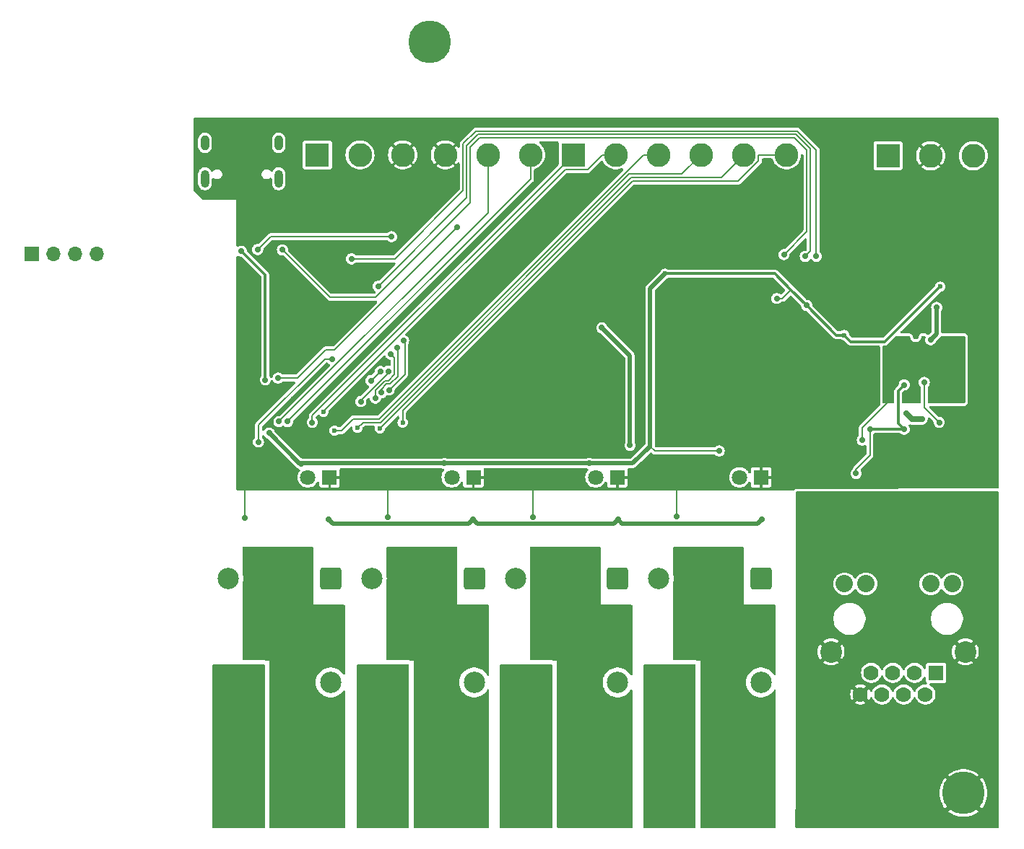
<source format=gbr>
%TF.GenerationSoftware,KiCad,Pcbnew,8.0.6-8.0.6-0~ubuntu24.04.1*%
%TF.CreationDate,2024-10-19T21:07:47+02:00*%
%TF.ProjectId,ESP_PLC,4553505f-504c-4432-9e6b-696361645f70,rev?*%
%TF.SameCoordinates,Original*%
%TF.FileFunction,Copper,L2,Bot*%
%TF.FilePolarity,Positive*%
%FSLAX46Y46*%
G04 Gerber Fmt 4.6, Leading zero omitted, Abs format (unit mm)*
G04 Created by KiCad (PCBNEW 8.0.6-8.0.6-0~ubuntu24.04.1) date 2024-10-19 21:07:47*
%MOMM*%
%LPD*%
G01*
G04 APERTURE LIST*
G04 Aperture macros list*
%AMRoundRect*
0 Rectangle with rounded corners*
0 $1 Rounding radius*
0 $2 $3 $4 $5 $6 $7 $8 $9 X,Y pos of 4 corners*
0 Add a 4 corners polygon primitive as box body*
4,1,4,$2,$3,$4,$5,$6,$7,$8,$9,$2,$3,0*
0 Add four circle primitives for the rounded corners*
1,1,$1+$1,$2,$3*
1,1,$1+$1,$4,$5*
1,1,$1+$1,$6,$7*
1,1,$1+$1,$8,$9*
0 Add four rect primitives between the rounded corners*
20,1,$1+$1,$2,$3,$4,$5,0*
20,1,$1+$1,$4,$5,$6,$7,0*
20,1,$1+$1,$6,$7,$8,$9,0*
20,1,$1+$1,$8,$9,$2,$3,0*%
G04 Aperture macros list end*
%TA.AperFunction,ComponentPad*%
%ADD10R,1.700000X1.700000*%
%TD*%
%TA.AperFunction,ComponentPad*%
%ADD11O,1.700000X1.700000*%
%TD*%
%TA.AperFunction,ComponentPad*%
%ADD12C,5.000000*%
%TD*%
%TA.AperFunction,ComponentPad*%
%ADD13C,2.500000*%
%TD*%
%TA.AperFunction,ComponentPad*%
%ADD14RoundRect,0.250000X-1.000000X1.000000X-1.000000X-1.000000X1.000000X-1.000000X1.000000X1.000000X0*%
%TD*%
%TA.AperFunction,ComponentPad*%
%ADD15R,2.800000X2.800000*%
%TD*%
%TA.AperFunction,ComponentPad*%
%ADD16C,2.800000*%
%TD*%
%TA.AperFunction,ComponentPad*%
%ADD17R,1.778000X1.778000*%
%TD*%
%TA.AperFunction,ComponentPad*%
%ADD18C,1.778000*%
%TD*%
%TA.AperFunction,ComponentPad*%
%ADD19C,2.032000*%
%TD*%
%TA.AperFunction,ComponentPad*%
%ADD20C,2.540000*%
%TD*%
%TA.AperFunction,ComponentPad*%
%ADD21R,1.800000X1.800000*%
%TD*%
%TA.AperFunction,ComponentPad*%
%ADD22C,1.800000*%
%TD*%
%TA.AperFunction,ComponentPad*%
%ADD23O,1.000000X2.100000*%
%TD*%
%TA.AperFunction,ComponentPad*%
%ADD24O,1.000000X1.800000*%
%TD*%
%TA.AperFunction,ViaPad*%
%ADD25C,0.700000*%
%TD*%
%TA.AperFunction,ViaPad*%
%ADD26C,0.600000*%
%TD*%
%TA.AperFunction,Conductor*%
%ADD27C,0.200000*%
%TD*%
%TA.AperFunction,Conductor*%
%ADD28C,0.300000*%
%TD*%
%TA.AperFunction,Conductor*%
%ADD29C,0.500000*%
%TD*%
%TA.AperFunction,Conductor*%
%ADD30C,0.700000*%
%TD*%
G04 APERTURE END LIST*
D10*
%TO.P,REF\u002A\u002A,1*%
%TO.N,N/C*%
X118300000Y-83300000D03*
D11*
%TO.P,REF\u002A\u002A,2*%
X120840000Y-83300000D03*
%TO.P,REF\u002A\u002A,3*%
X123380000Y-83300000D03*
%TO.P,REF\u002A\u002A,4*%
X125920000Y-83300000D03*
%TD*%
D12*
%TO.P,H2,1,1*%
%TO.N,GND*%
X205000000Y-104000000D03*
%TD*%
%TO.P,H3,1,1*%
%TO.N,GND*%
X165000000Y-58400000D03*
%TD*%
%TO.P,H2,1,1*%
%TO.N,GND*%
X227500000Y-80000000D03*
%TD*%
D13*
%TO.P,K2,11*%
%TO.N,/IO/K2_1*%
X164184166Y-119417500D03*
%TO.P,K2,12*%
%TO.N,unconnected-(K2-Pad12)*%
X170184166Y-133617500D03*
%TO.P,K2,14*%
%TO.N,/IO/K2_2*%
X158184166Y-133617500D03*
D14*
%TO.P,K2,A1*%
%TO.N,Net-(K2-PadA1)*%
X170184166Y-121417500D03*
D13*
%TO.P,K2,A2*%
%TO.N,Net-(D40-K)*%
X158184166Y-121417500D03*
%TD*%
D15*
%TO.P,J15,1,Pin_1*%
%TO.N,/IO/K3_2*%
X177250000Y-146395000D03*
D16*
%TO.P,J15,2,Pin_2*%
%TO.N,/IO/K3_1*%
X182250000Y-146395000D03*
%TD*%
D13*
%TO.P,K3,11*%
%TO.N,/IO/K3_1*%
X181000832Y-119417500D03*
%TO.P,K3,12*%
%TO.N,unconnected-(K3-Pad12)*%
X187000832Y-133617500D03*
%TO.P,K3,14*%
%TO.N,/IO/K3_2*%
X175000832Y-133617500D03*
D14*
%TO.P,K3,A1*%
%TO.N,Net-(K3-PadA1)*%
X187000832Y-121417500D03*
D13*
%TO.P,K3,A2*%
%TO.N,Net-(D41-K)*%
X175000832Y-121417500D03*
%TD*%
D17*
%TO.P,J1,1,TD+*%
%TO.N,TXP*%
X224350000Y-132495000D03*
D18*
%TO.P,J1,2,TCT*%
%TO.N,Net-(J1-TCT)*%
X223080000Y-135035000D03*
%TO.P,J1,3,TD-*%
%TO.N,TXN*%
X221810000Y-132495000D03*
%TO.P,J1,4,RD+*%
%TO.N,RXP*%
X220540000Y-135035000D03*
%TO.P,J1,5,RCT*%
%TO.N,Net-(J1-RCT)*%
X219270000Y-132495000D03*
%TO.P,J1,6,RD-*%
%TO.N,RXN*%
X218000000Y-135035000D03*
%TO.P,J1,7,NC*%
%TO.N,unconnected-(J1-NC-Pad7)*%
X216730000Y-132495000D03*
%TO.P,J1,8*%
%TO.N,Earth*%
X215460000Y-135035000D03*
D19*
%TO.P,J1,9*%
%TO.N,N/C*%
X213605800Y-122030200D03*
%TO.P,J1,10*%
X216120400Y-122030200D03*
%TO.P,J1,11*%
X223715000Y-122030200D03*
%TO.P,J1,12*%
X226229600Y-122030200D03*
D20*
%TO.P,J1,SH*%
%TO.N,Earth*%
X227779000Y-130031200D03*
X212031000Y-130031200D03*
%TD*%
D12*
%TO.P,H1,1,1*%
%TO.N,Earth*%
X227550000Y-146600000D03*
%TD*%
D13*
%TO.P,K1,11*%
%TO.N,/IO/K1_1*%
X147367500Y-119417500D03*
%TO.P,K1,12*%
%TO.N,unconnected-(K1-Pad12)*%
X153367500Y-133617500D03*
%TO.P,K1,14*%
%TO.N,/IO/K1_2*%
X141367500Y-133617500D03*
D14*
%TO.P,K1,A1*%
%TO.N,Net-(K1-PadA1)*%
X153367500Y-121417500D03*
D13*
%TO.P,K1,A2*%
%TO.N,Net-(D39-K)*%
X141367500Y-121417500D03*
%TD*%
D21*
%TO.P,D36,1,K*%
%TO.N,GND*%
X170091666Y-109550000D03*
D22*
%TO.P,D36,2,A*%
%TO.N,Net-(D36-A)*%
X167551666Y-109550000D03*
%TD*%
D15*
%TO.P,J13,1,Pin_1*%
%TO.N,/IO/K1_2*%
X143650000Y-146395000D03*
D16*
%TO.P,J13,2,Pin_2*%
%TO.N,/IO/K1_1*%
X148650000Y-146395000D03*
%TD*%
D23*
%TO.P,J3,S1,SHIELD*%
%TO.N,Net-(J3-SHIELD)*%
X147270000Y-74500000D03*
D24*
X147270000Y-70300000D03*
D23*
X138630000Y-74500000D03*
D24*
X138630000Y-70300000D03*
%TD*%
D21*
%TO.P,D35,1,K*%
%TO.N,GND*%
X153225000Y-109550000D03*
D22*
%TO.P,D35,2,A*%
%TO.N,Net-(D35-A)*%
X150685000Y-109550000D03*
%TD*%
D21*
%TO.P,D37,1,K*%
%TO.N,GND*%
X186958332Y-109550000D03*
D22*
%TO.P,D37,2,A*%
%TO.N,Net-(D37-A)*%
X184418332Y-109550000D03*
%TD*%
D15*
%TO.P,J12,1,Pin_1*%
%TO.N,Net-(D32-A2)*%
X218700000Y-71800000D03*
D16*
%TO.P,J12,2,Pin_2*%
%TO.N,GND*%
X223700000Y-71800000D03*
%TO.P,J12,3,Pin_3*%
%TO.N,Net-(D33-A2)*%
X228700000Y-71800000D03*
%TD*%
D15*
%TO.P,J9,1,Pin_1*%
%TO.N,Net-(D9-K)*%
X151800000Y-71700000D03*
D16*
%TO.P,J9,2,Pin_2*%
X156800000Y-71700000D03*
%TO.P,J9,3,Pin_3*%
%TO.N,GND*%
X161800000Y-71700000D03*
%TO.P,J9,4,Pin_4*%
X166800000Y-71700000D03*
%TO.P,J9,5,Pin_5*%
%TO.N,IN1*%
X171800000Y-71700000D03*
%TO.P,J9,6,Pin_6*%
%TO.N,IN2*%
X176800000Y-71700000D03*
%TD*%
D15*
%TO.P,J14,1,Pin_1*%
%TO.N,/IO/K2_2*%
X160450000Y-146445000D03*
D16*
%TO.P,J14,2,Pin_2*%
%TO.N,/IO/K2_1*%
X165450000Y-146445000D03*
%TD*%
D21*
%TO.P,D38,1,K*%
%TO.N,GND*%
X203825000Y-109550000D03*
D22*
%TO.P,D38,2,A*%
%TO.N,Net-(D38-A)*%
X201285000Y-109550000D03*
%TD*%
D15*
%TO.P,J16,1,Pin_1*%
%TO.N,/IO/K4_2*%
X194050000Y-146412500D03*
D16*
%TO.P,J16,2,Pin_2*%
%TO.N,/IO/K4_1*%
X199050000Y-146412500D03*
%TD*%
D15*
%TO.P,J11,1,Pin_1*%
%TO.N,IN3*%
X181800000Y-71700000D03*
D16*
%TO.P,J11,2,Pin_2*%
%TO.N,IN4*%
X186800000Y-71700000D03*
%TO.P,J11,3,Pin_3*%
%TO.N,IN5*%
X191800000Y-71700000D03*
%TO.P,J11,4,Pin_4*%
%TO.N,IN6*%
X196800000Y-71700000D03*
%TO.P,J11,5,Pin_5*%
%TO.N,IN7*%
X201800000Y-71700000D03*
%TO.P,J11,6,Pin_6*%
%TO.N,IN8*%
X206800000Y-71700000D03*
%TD*%
D13*
%TO.P,K4,11*%
%TO.N,/IO/K4_1*%
X197817500Y-119417500D03*
%TO.P,K4,12*%
%TO.N,unconnected-(K4-Pad12)*%
X203817500Y-133617500D03*
%TO.P,K4,14*%
%TO.N,/IO/K4_2*%
X191817500Y-133617500D03*
D14*
%TO.P,K4,A1*%
%TO.N,Net-(K4-PadA1)*%
X203817500Y-121417500D03*
D13*
%TO.P,K4,A2*%
%TO.N,Net-(D42-K)*%
X191817500Y-121417500D03*
%TD*%
D25*
%TO.N,GND*%
X145900000Y-82800000D03*
%TO.N,Net-(U6-RO)*%
X206500000Y-83400000D03*
X147700000Y-82840000D03*
%TO.N,Net-(U6-DI)*%
X210300000Y-83600000D03*
X155800000Y-83900000D03*
%TO.N,Net-(U6-DE)*%
X158922446Y-87116893D03*
X209000000Y-83600000D03*
%TO.N,IO0*%
X168200000Y-80200000D03*
X147200000Y-97900000D03*
%TO.N,EN*%
X160500000Y-81300000D03*
X144800000Y-82800000D03*
%TO.N,GND*%
X160100000Y-106750000D03*
X143400000Y-107900000D03*
X194000000Y-107900000D03*
X177250000Y-106250000D03*
%TO.N,VIN*%
X188450000Y-105800000D03*
X185150000Y-92000000D03*
%TO.N,IO18*%
X160199992Y-99300000D03*
X161900000Y-93500000D03*
%TO.N,IO17*%
X159304490Y-99617129D03*
X161150000Y-94300000D03*
%TO.N,IO16*%
X160413068Y-95097005D03*
X158588132Y-100241097D03*
%TO.N,GND*%
X156900000Y-85244500D03*
X156900000Y-99244500D03*
%TO.N,IO15*%
X144900000Y-105400000D03*
X153500000Y-95644500D03*
%TO.N,GND*%
X160060000Y-114200000D03*
X177070000Y-114200000D03*
X193960000Y-114100000D03*
X143310000Y-114350000D03*
%TO.N,+3.3V*%
X198900000Y-106450000D03*
X183700000Y-107900000D03*
X166700000Y-107900000D03*
X149860000Y-107948291D03*
X205650000Y-88550000D03*
%TO.N,IO10*%
X160100000Y-97100000D03*
X156900000Y-100650000D03*
%TO.N,IO12*%
X159197426Y-97117525D03*
X158100010Y-98194493D03*
%TO.N,+3.3V*%
X209175000Y-89375000D03*
%TO.N,GND*%
X142900000Y-97244500D03*
X142900000Y-95244500D03*
X142900000Y-93244500D03*
X142900000Y-91244500D03*
X142900000Y-89244500D03*
X142900000Y-87244500D03*
D26*
%TO.N,+3.3V*%
X213550000Y-92850000D03*
D25*
%TO.N,GND*%
X149900000Y-93894500D03*
X148400000Y-104900000D03*
X149900000Y-92244500D03*
X151550000Y-90594500D03*
X212400000Y-75700000D03*
X202400000Y-79900000D03*
X229300000Y-92600000D03*
X182739688Y-89250001D03*
D26*
X146250000Y-103100000D03*
D25*
X151550000Y-92244500D03*
X221950000Y-93000000D03*
X217200000Y-86270000D03*
X142900000Y-85244500D03*
X204500000Y-84800000D03*
X148250000Y-93894500D03*
X219000000Y-85170000D03*
X211000000Y-69100000D03*
X211000000Y-79000000D03*
X151550000Y-93894500D03*
X146600000Y-76500000D03*
X220700000Y-106000000D03*
X213800000Y-76700000D03*
D26*
X149000000Y-100300000D03*
D25*
X225500000Y-90100000D03*
X149900000Y-90594500D03*
X138900000Y-76300000D03*
X200900000Y-79900000D03*
X198300000Y-84800000D03*
X183710000Y-89250000D03*
X143000000Y-80500000D03*
X225700000Y-102500000D03*
X148600000Y-79400000D03*
X223500000Y-84800000D03*
X201600000Y-82600000D03*
X148250000Y-92244500D03*
X148250000Y-90594500D03*
%TO.N,+3.3V*%
X142900000Y-83000000D03*
D26*
X192560012Y-85650000D03*
D25*
X145700000Y-98100000D03*
D26*
X224800000Y-87170000D03*
D25*
X146150000Y-104350000D03*
%TO.N,VIN*%
X187050000Y-114500012D03*
X203900000Y-114450000D03*
X153100000Y-114450006D03*
X170050000Y-114500000D03*
%TO.N,AGND*%
X223262500Y-95750000D03*
X218562520Y-98750000D03*
X215700000Y-105186637D03*
X221600000Y-97800000D03*
X226941920Y-97069386D03*
X219462500Y-98150000D03*
X227200000Y-93800000D03*
X227000000Y-99000000D03*
X224900000Y-100400000D03*
%TO.N,+3.3VA*%
X220600000Y-103900000D03*
X223700000Y-93400000D03*
X216590008Y-103890010D03*
X224409999Y-89600000D03*
X214955000Y-109100000D03*
X220600000Y-98700000D03*
%TO.N,RXN*%
X222700000Y-102700000D03*
X220854603Y-102050650D03*
%TO.N,Net-(U4-EXRES1)*%
X222949988Y-98400000D03*
X224700000Y-103100000D03*
%TO.N,IN1*%
X147300000Y-103000000D03*
%TO.N,IN2*%
X148300002Y-103000000D03*
%TO.N,IN3*%
X151200000Y-103100000D03*
D26*
%TO.N,IN4*%
X152516519Y-101832011D03*
%TO.N,IN5*%
X153800000Y-104050000D03*
%TO.N,IN6*%
X156499998Y-103750000D03*
%TO.N,IN7*%
X159150000Y-103800000D03*
%TO.N,IN8*%
X161800000Y-103100000D03*
D25*
%TO.N,GND*%
X142900000Y-99244500D03*
%TD*%
D27*
%TO.N,EN*%
X146300000Y-81300000D02*
X160500000Y-81300000D01*
X144800000Y-82800000D02*
X146300000Y-81300000D01*
%TO.N,Net-(U6-DI)*%
X160900000Y-83900000D02*
X155800000Y-83900000D01*
X170400000Y-68900000D02*
X168900000Y-70400000D01*
X210300000Y-71100000D02*
X208100000Y-68900000D01*
X168900000Y-70400000D02*
X168900000Y-75900000D01*
X168900000Y-75900000D02*
X160900000Y-83900000D01*
X210300000Y-83600000D02*
X210300000Y-71100000D01*
X208100000Y-68900000D02*
X170400000Y-68900000D01*
%TO.N,AGND*%
X218900000Y-100500000D02*
X215700000Y-103700000D01*
X215700000Y-103700000D02*
X215700000Y-105186637D01*
%TO.N,+3.3VA*%
X214955000Y-109100000D02*
X214955000Y-108600000D01*
X214955000Y-108600000D02*
X216590008Y-106964992D01*
X216590008Y-106964992D02*
X216590008Y-103890010D01*
%TO.N,Net-(U6-RO)*%
X147700000Y-82840000D02*
X153260000Y-88400000D01*
X169700000Y-77329289D02*
X169700000Y-70800000D01*
X153260000Y-88400000D02*
X158629289Y-88400000D01*
X158629289Y-88400000D02*
X169700000Y-77329289D01*
X169700000Y-70800000D02*
X170800000Y-69700000D01*
X170800000Y-69700000D02*
X207734314Y-69700000D01*
X207734314Y-69700000D02*
X209200000Y-71165686D01*
X209200000Y-71165686D02*
X209200000Y-80700000D01*
X209200000Y-80700000D02*
X206500000Y-83400000D01*
%TO.N,Net-(U6-DE)*%
X209000000Y-83600000D02*
X209600000Y-83000000D01*
X170600000Y-69300000D02*
X169300000Y-70600000D01*
X209600000Y-83000000D02*
X209600000Y-71000000D01*
X207900000Y-69300000D02*
X170600000Y-69300000D01*
X209600000Y-71000000D02*
X207900000Y-69300000D01*
X169300000Y-70600000D02*
X169300000Y-76739339D01*
X169300000Y-76739339D02*
X158922446Y-87116893D01*
D28*
%TO.N,+3.3V*%
X145700000Y-85800000D02*
X142900000Y-83000000D01*
X145700000Y-98100000D02*
X145700000Y-85800000D01*
D27*
%TO.N,IO12*%
X159176978Y-97117525D02*
X159197426Y-97117525D01*
X158100010Y-98194493D02*
X159176978Y-97117525D01*
%TO.N,IO16*%
X158588132Y-99361997D02*
X158588132Y-100241097D01*
X160800000Y-97500000D02*
X160100000Y-98200000D01*
X160100000Y-98200000D02*
X159750129Y-98200000D01*
%TO.N,IO10*%
X156900000Y-100484443D02*
X160100000Y-97284443D01*
%TO.N,IO16*%
X160413068Y-95097005D02*
X160800000Y-95483937D01*
%TO.N,IO17*%
X161200000Y-97700000D02*
X160300000Y-98600000D01*
X161200000Y-94350000D02*
X161200000Y-97700000D01*
X159304490Y-99211323D02*
X159304490Y-99617129D01*
X160300000Y-98600000D02*
X159915813Y-98600000D01*
X159915813Y-98600000D02*
X159304490Y-99211323D01*
X161150000Y-94300000D02*
X161200000Y-94350000D01*
%TO.N,IO16*%
X160800000Y-95483937D02*
X160800000Y-97500000D01*
X159750129Y-98200000D02*
X158588132Y-99361997D01*
%TO.N,IO10*%
X156900000Y-100650000D02*
X156900000Y-100484443D01*
X160100000Y-97284443D02*
X160100000Y-97100000D01*
D29*
%TO.N,+3.3VA*%
X224409999Y-89600000D02*
X224400000Y-89609999D01*
X224400000Y-89609999D02*
X224400000Y-92700000D01*
X224400000Y-92700000D02*
X223700000Y-93400000D01*
D27*
%TO.N,IO0*%
X168200000Y-80200000D02*
X153800000Y-94600000D01*
X152800000Y-94600000D02*
X149500000Y-97900000D01*
X153800000Y-94600000D02*
X152800000Y-94600000D01*
X149500000Y-97900000D02*
X147200000Y-97900000D01*
%TO.N,IO15*%
X152655500Y-95644500D02*
X153500000Y-95644500D01*
X144900000Y-103400000D02*
X152655500Y-95644500D01*
X144900000Y-105400000D02*
X144900000Y-103400000D01*
D29*
%TO.N,VIN*%
X185150000Y-92000000D02*
X188450000Y-95300000D01*
X188450000Y-95300000D02*
X188450000Y-105800000D01*
%TO.N,+3.3V*%
X149908291Y-107900000D02*
X149860000Y-107948291D01*
X166700000Y-107900000D02*
X149908291Y-107900000D01*
X149748291Y-107948291D02*
X149860000Y-107948291D01*
X146150000Y-104350000D02*
X149748291Y-107948291D01*
D27*
%TO.N,IN7*%
X201800000Y-71700000D02*
X199137664Y-74362336D01*
X199137664Y-74362336D02*
X188571978Y-74362336D01*
X188571978Y-74362336D02*
X159150000Y-103784314D01*
X159150000Y-103784314D02*
X159150000Y-103800000D01*
%TO.N,IN8*%
X188737664Y-74762336D02*
X161800000Y-101700000D01*
X161800000Y-101700000D02*
X161800000Y-103100000D01*
X206800000Y-71700000D02*
X203500000Y-71700000D01*
X203500000Y-71700000D02*
X203500000Y-72404164D01*
X203500000Y-72404164D02*
X201141828Y-74762336D01*
X201141828Y-74762336D02*
X188737664Y-74762336D01*
%TO.N,IN5*%
X153800000Y-104050000D02*
X154639950Y-104050000D01*
X154639950Y-104050000D02*
X155989950Y-102700000D01*
X155989950Y-102700000D02*
X159000000Y-102700000D01*
X159000000Y-102700000D02*
X190000000Y-71700000D01*
X190000000Y-71700000D02*
X191800000Y-71700000D01*
%TO.N,IN6*%
X194537664Y-73962336D02*
X188350000Y-73962336D01*
X156499998Y-103750000D02*
X157149998Y-103100000D01*
X157149998Y-103100000D02*
X159200000Y-103100000D01*
X159200000Y-103100000D02*
X188337664Y-73962336D01*
X188337664Y-73962336D02*
X188350000Y-73962336D01*
X196800000Y-71700000D02*
X194537664Y-73962336D01*
%TO.N,IN3*%
X151200000Y-102300000D02*
X151200000Y-103100000D01*
X181800000Y-71700000D02*
X151200000Y-102300000D01*
%TO.N,IN2*%
X176800000Y-71700000D02*
X176800000Y-74500002D01*
X176800000Y-74500002D02*
X148300002Y-103000000D01*
%TO.N,IN1*%
X171800000Y-78500000D02*
X147300000Y-103000000D01*
X171800000Y-71700000D02*
X171800000Y-78500000D01*
%TO.N,GND*%
X193960000Y-114100000D02*
X193960000Y-110190000D01*
X193960000Y-110190000D02*
X194000000Y-110150000D01*
X177070000Y-114200000D02*
X177070000Y-110430000D01*
X177070000Y-110430000D02*
X177100000Y-110400000D01*
X160060000Y-114200000D02*
X160060000Y-110240000D01*
X160060000Y-110240000D02*
X160150000Y-110150000D01*
X143310000Y-114350000D02*
X143310000Y-109760000D01*
X143310000Y-109760000D02*
X143300000Y-109750000D01*
D29*
%TO.N,VIN*%
X187050000Y-114500000D02*
X187500000Y-114950000D01*
X187500000Y-114950000D02*
X203400000Y-114950000D01*
X203400000Y-114950000D02*
X203900000Y-114450000D01*
X170050000Y-114500000D02*
X170550000Y-115000000D01*
X170550000Y-115000000D02*
X186550000Y-115000000D01*
X186550000Y-115000000D02*
X187050000Y-114500000D01*
X170050000Y-114500000D02*
X169550000Y-115000000D01*
X169550000Y-115000000D02*
X153649994Y-115000000D01*
X153649994Y-115000000D02*
X153100000Y-114450006D01*
X187050000Y-114500000D02*
X187050000Y-114500012D01*
%TO.N,+3.3V*%
X188800000Y-107900000D02*
X183700000Y-107900000D01*
X190800000Y-105900000D02*
X188800000Y-107900000D01*
X179900000Y-107900000D02*
X183700000Y-107900000D01*
D27*
X198900000Y-106450000D02*
X191350000Y-106450000D01*
X191350000Y-106450000D02*
X190800000Y-105900000D01*
D29*
X166700000Y-107900000D02*
X179900000Y-107900000D01*
D28*
X205450000Y-85650000D02*
X207325000Y-87525000D01*
X207325000Y-87525000D02*
X209175000Y-89375000D01*
D27*
X206300000Y-88550000D02*
X207325000Y-87525000D01*
X205650000Y-88550000D02*
X206300000Y-88550000D01*
%TO.N,IN4*%
X152516519Y-101743531D02*
X180860050Y-73400000D01*
X180860050Y-73400000D02*
X183500000Y-73400000D01*
X152516519Y-101832011D02*
X152516519Y-101743531D01*
X183500000Y-73400000D02*
X185200000Y-71700000D01*
X185200000Y-71700000D02*
X186800000Y-71700000D01*
D28*
%TO.N,+3.3V*%
X214325000Y-93625000D02*
X213550000Y-92850000D01*
X218345000Y-93625000D02*
X214325000Y-93625000D01*
X224800000Y-87170000D02*
X218345000Y-93625000D01*
X212650000Y-92850000D02*
X213550000Y-92850000D01*
X209175000Y-89375000D02*
X212650000Y-92850000D01*
X192560012Y-85650000D02*
X205450000Y-85650000D01*
D29*
X190800000Y-87410012D02*
X192560012Y-85650000D01*
X190800000Y-105900000D02*
X190800000Y-87410012D01*
D27*
X179800000Y-108000000D02*
X179900000Y-107900000D01*
D28*
%TO.N,GND*%
X222000000Y-92950000D02*
X221950000Y-93000000D01*
%TO.N,AGND*%
X224900000Y-100400000D02*
X226300000Y-99000000D01*
X226300000Y-99000000D02*
X227000000Y-99000000D01*
%TO.N,+3.3VA*%
X220600000Y-103900000D02*
X216599998Y-103900000D01*
X220600000Y-103900000D02*
X219900000Y-103200000D01*
X219900000Y-99400000D02*
X220600000Y-98700000D01*
X219900000Y-103200000D02*
X219900000Y-99400000D01*
X216599998Y-103900000D02*
X216590008Y-103890010D01*
D30*
%TO.N,RXN*%
X221503953Y-102700000D02*
X222700000Y-102700000D01*
X220854603Y-102050650D02*
X221503953Y-102700000D01*
D27*
%TO.N,Net-(U4-EXRES1)*%
X224700000Y-103100000D02*
X222949988Y-101349988D01*
X222949988Y-101349988D02*
X222949988Y-98400000D01*
%TO.N,IO18*%
X161900000Y-93500000D02*
X162050000Y-93650000D01*
X162050000Y-93650000D02*
X162050000Y-97449992D01*
X162050000Y-97449992D02*
X160199992Y-99300000D01*
%TD*%
%TA.AperFunction,Conductor*%
%TO.N,GND*%
G36*
X231625000Y-67320462D02*
G01*
X231679538Y-67375000D01*
X231699500Y-67449500D01*
X231699500Y-110696532D01*
X231679538Y-110771032D01*
X231625000Y-110825570D01*
X231550808Y-110845532D01*
X208047870Y-110894192D01*
X208047858Y-110894193D01*
X207969321Y-110904631D01*
X207969318Y-110904632D01*
X207969311Y-110904633D01*
X207969310Y-110904634D01*
X207895284Y-110924502D01*
X207879851Y-110929933D01*
X207851429Y-110939935D01*
X207851426Y-110939937D01*
X207758729Y-111003264D01*
X207758725Y-111003268D01*
X207705366Y-111056492D01*
X207638525Y-111094971D01*
X207600142Y-111100000D01*
X142449000Y-111100000D01*
X142374500Y-111080038D01*
X142319962Y-111025500D01*
X142300000Y-110951000D01*
X142300000Y-104053129D01*
X142300500Y-104045504D01*
X142300500Y-83666312D01*
X142320462Y-83591812D01*
X142375000Y-83537274D01*
X142449500Y-83517312D01*
X142519296Y-83536013D01*
X142519779Y-83535094D01*
X142523862Y-83537237D01*
X142524000Y-83537274D01*
X142524328Y-83537481D01*
X142527758Y-83539281D01*
X142527760Y-83539283D01*
X142667635Y-83612696D01*
X142821015Y-83650500D01*
X142851679Y-83650500D01*
X142926179Y-83670462D01*
X142957038Y-83694141D01*
X145205859Y-85942962D01*
X145244423Y-86009757D01*
X145249500Y-86048321D01*
X145249500Y-97563830D01*
X145229538Y-97638330D01*
X145212028Y-97662635D01*
X145209520Y-97665464D01*
X145119779Y-97795477D01*
X145063763Y-97943179D01*
X145044722Y-98100000D01*
X145063763Y-98256820D01*
X145119779Y-98404522D01*
X145202249Y-98524000D01*
X145209517Y-98534530D01*
X145327760Y-98639283D01*
X145467635Y-98712696D01*
X145621015Y-98750500D01*
X145621017Y-98750500D01*
X145778983Y-98750500D01*
X145778985Y-98750500D01*
X145932365Y-98712696D01*
X146072240Y-98639283D01*
X146190483Y-98534530D01*
X146280220Y-98404523D01*
X146336237Y-98256818D01*
X146337030Y-98250281D01*
X146365823Y-98178731D01*
X146426535Y-98131162D01*
X146502897Y-98120322D01*
X146574449Y-98149115D01*
X146616877Y-98198993D01*
X146619776Y-98204517D01*
X146699806Y-98320462D01*
X146709517Y-98334530D01*
X146827760Y-98439283D01*
X146967635Y-98512696D01*
X147121015Y-98550500D01*
X147121017Y-98550500D01*
X147278983Y-98550500D01*
X147278985Y-98550500D01*
X147432365Y-98512696D01*
X147572240Y-98439283D01*
X147686598Y-98337972D01*
X147755600Y-98303511D01*
X147785403Y-98300500D01*
X149073389Y-98300500D01*
X149147889Y-98320462D01*
X149202427Y-98375000D01*
X149222389Y-98449500D01*
X149202427Y-98524000D01*
X149178748Y-98554859D01*
X144579518Y-103154089D01*
X144579515Y-103154093D01*
X144526794Y-103245408D01*
X144526791Y-103245414D01*
X144502523Y-103335991D01*
X144502522Y-103335995D01*
X144499500Y-103347271D01*
X144499500Y-104818692D01*
X144479538Y-104893192D01*
X144449306Y-104930219D01*
X144409520Y-104965465D01*
X144409517Y-104965469D01*
X144319779Y-105095477D01*
X144263763Y-105243179D01*
X144244722Y-105400000D01*
X144263763Y-105556820D01*
X144319779Y-105704522D01*
X144401137Y-105822389D01*
X144409517Y-105834530D01*
X144527760Y-105939283D01*
X144667635Y-106012696D01*
X144821015Y-106050500D01*
X144821017Y-106050500D01*
X144978983Y-106050500D01*
X144978985Y-106050500D01*
X145132365Y-106012696D01*
X145272240Y-105939283D01*
X145390483Y-105834530D01*
X145480220Y-105704523D01*
X145536237Y-105556818D01*
X145555278Y-105400000D01*
X145536237Y-105243182D01*
X145527601Y-105220412D01*
X145480220Y-105095477D01*
X145390482Y-104965469D01*
X145390479Y-104965465D01*
X145350694Y-104930219D01*
X145308168Y-104865875D01*
X145300500Y-104818692D01*
X145300500Y-104742561D01*
X145320462Y-104668061D01*
X145375000Y-104613523D01*
X145449500Y-104593561D01*
X145524000Y-104613523D01*
X145572124Y-104657919D01*
X145659517Y-104784530D01*
X145777760Y-104889283D01*
X145917635Y-104962696D01*
X145965603Y-104974518D01*
X146033160Y-105011728D01*
X146035305Y-105013830D01*
X149282442Y-108260967D01*
X149299708Y-108281685D01*
X149369517Y-108382821D01*
X149487760Y-108487574D01*
X149627635Y-108560987D01*
X149654563Y-108567624D01*
X149660998Y-108569210D01*
X149728556Y-108606421D01*
X149768458Y-108672425D01*
X149770012Y-108749538D01*
X149744246Y-108803673D01*
X149659939Y-108915314D01*
X149560770Y-109114471D01*
X149499884Y-109328465D01*
X149499884Y-109328468D01*
X149479357Y-109549995D01*
X149479357Y-109550004D01*
X149499884Y-109771531D01*
X149499884Y-109771534D01*
X149560770Y-109985528D01*
X149659939Y-110184685D01*
X149659941Y-110184688D01*
X149659942Y-110184689D01*
X149794019Y-110362236D01*
X149958438Y-110512124D01*
X150147599Y-110629247D01*
X150147601Y-110629247D01*
X150147603Y-110629249D01*
X150147605Y-110629250D01*
X150321281Y-110696532D01*
X150355060Y-110709618D01*
X150573757Y-110750500D01*
X150573759Y-110750500D01*
X150796241Y-110750500D01*
X150796243Y-110750500D01*
X151014940Y-110709618D01*
X151141449Y-110660607D01*
X151222394Y-110629250D01*
X151222396Y-110629249D01*
X151222396Y-110629248D01*
X151222401Y-110629247D01*
X151411562Y-110512124D01*
X151575981Y-110362236D01*
X151710058Y-110184689D01*
X151742621Y-110119293D01*
X151793696Y-110061502D01*
X151866826Y-110036991D01*
X151942413Y-110052328D01*
X152000206Y-110103404D01*
X152024717Y-110176534D01*
X152025000Y-110185708D01*
X152025000Y-110494794D01*
X152027909Y-110519874D01*
X152073212Y-110622477D01*
X152152521Y-110701786D01*
X152255128Y-110747091D01*
X152280204Y-110749999D01*
X153075000Y-110749999D01*
X153075000Y-109975681D01*
X153165756Y-110000000D01*
X153284244Y-110000000D01*
X153375000Y-109975681D01*
X153375000Y-110749999D01*
X154169795Y-110749999D01*
X154194874Y-110747090D01*
X154297477Y-110701787D01*
X154297478Y-110701787D01*
X154376786Y-110622478D01*
X154422091Y-110519871D01*
X154425000Y-110494795D01*
X154425000Y-109700000D01*
X153650682Y-109700000D01*
X153675000Y-109609244D01*
X153675000Y-109490756D01*
X153650682Y-109400000D01*
X154424999Y-109400000D01*
X154424999Y-108600906D01*
X154426649Y-108600906D01*
X154440809Y-108532545D01*
X154492120Y-108474961D01*
X154565348Y-108450747D01*
X154573918Y-108450500D01*
X166312406Y-108450500D01*
X166381650Y-108467567D01*
X166467635Y-108512696D01*
X166554226Y-108534038D01*
X166621782Y-108571247D01*
X166661685Y-108637251D01*
X166663239Y-108714364D01*
X166637473Y-108768500D01*
X166526605Y-108915314D01*
X166427436Y-109114471D01*
X166366550Y-109328465D01*
X166366550Y-109328468D01*
X166346023Y-109549995D01*
X166346023Y-109550004D01*
X166366550Y-109771531D01*
X166366550Y-109771534D01*
X166427436Y-109985528D01*
X166526605Y-110184685D01*
X166526607Y-110184688D01*
X166526608Y-110184689D01*
X166660685Y-110362236D01*
X166825104Y-110512124D01*
X167014265Y-110629247D01*
X167014267Y-110629247D01*
X167014269Y-110629249D01*
X167014271Y-110629250D01*
X167187947Y-110696532D01*
X167221726Y-110709618D01*
X167440423Y-110750500D01*
X167440425Y-110750500D01*
X167662907Y-110750500D01*
X167662909Y-110750500D01*
X167881606Y-110709618D01*
X168008115Y-110660607D01*
X168089060Y-110629250D01*
X168089062Y-110629249D01*
X168089062Y-110629248D01*
X168089067Y-110629247D01*
X168278228Y-110512124D01*
X168442647Y-110362236D01*
X168576724Y-110184689D01*
X168609287Y-110119293D01*
X168660362Y-110061502D01*
X168733492Y-110036991D01*
X168809079Y-110052328D01*
X168866872Y-110103404D01*
X168891383Y-110176534D01*
X168891666Y-110185708D01*
X168891666Y-110494794D01*
X168894575Y-110519874D01*
X168939878Y-110622477D01*
X169019187Y-110701786D01*
X169121794Y-110747091D01*
X169146870Y-110749999D01*
X169941666Y-110749999D01*
X169941666Y-109975681D01*
X170032422Y-110000000D01*
X170150910Y-110000000D01*
X170241666Y-109975681D01*
X170241666Y-110749999D01*
X171036461Y-110749999D01*
X171061540Y-110747090D01*
X171164143Y-110701787D01*
X171164144Y-110701787D01*
X171243452Y-110622478D01*
X171288757Y-110519871D01*
X171291666Y-110494795D01*
X171291666Y-109700000D01*
X170517348Y-109700000D01*
X170541666Y-109609244D01*
X170541666Y-109490756D01*
X170517348Y-109400000D01*
X171291665Y-109400000D01*
X171291665Y-108600906D01*
X171293315Y-108600906D01*
X171307475Y-108532545D01*
X171358786Y-108474961D01*
X171432014Y-108450747D01*
X171440584Y-108450500D01*
X179827525Y-108450500D01*
X183312406Y-108450500D01*
X183381650Y-108467567D01*
X183467631Y-108512694D01*
X183475615Y-108516884D01*
X183474065Y-108519835D01*
X183522858Y-108554949D01*
X183554547Y-108625267D01*
X183546831Y-108702008D01*
X183526393Y-108739032D01*
X183393271Y-108915314D01*
X183294102Y-109114471D01*
X183233216Y-109328465D01*
X183233216Y-109328468D01*
X183212689Y-109549995D01*
X183212689Y-109550004D01*
X183233216Y-109771531D01*
X183233216Y-109771534D01*
X183294102Y-109985528D01*
X183393271Y-110184685D01*
X183393273Y-110184688D01*
X183393274Y-110184689D01*
X183527351Y-110362236D01*
X183691770Y-110512124D01*
X183880931Y-110629247D01*
X183880933Y-110629247D01*
X183880935Y-110629249D01*
X183880937Y-110629250D01*
X184054613Y-110696532D01*
X184088392Y-110709618D01*
X184307089Y-110750500D01*
X184307091Y-110750500D01*
X184529573Y-110750500D01*
X184529575Y-110750500D01*
X184748272Y-110709618D01*
X184874781Y-110660607D01*
X184955726Y-110629250D01*
X184955728Y-110629249D01*
X184955728Y-110629248D01*
X184955733Y-110629247D01*
X185144894Y-110512124D01*
X185309313Y-110362236D01*
X185443390Y-110184689D01*
X185475953Y-110119293D01*
X185527028Y-110061502D01*
X185600158Y-110036991D01*
X185675745Y-110052328D01*
X185733538Y-110103404D01*
X185758049Y-110176534D01*
X185758332Y-110185708D01*
X185758332Y-110494794D01*
X185761241Y-110519874D01*
X185806544Y-110622477D01*
X185885853Y-110701786D01*
X185988460Y-110747091D01*
X186013536Y-110749999D01*
X186808332Y-110749999D01*
X186808332Y-109975681D01*
X186899088Y-110000000D01*
X187017576Y-110000000D01*
X187108332Y-109975681D01*
X187108332Y-110749999D01*
X187903127Y-110749999D01*
X187928206Y-110747090D01*
X188030809Y-110701787D01*
X188030810Y-110701787D01*
X188110118Y-110622478D01*
X188155423Y-110519871D01*
X188158332Y-110494795D01*
X188158332Y-109700000D01*
X187384014Y-109700000D01*
X187408332Y-109609244D01*
X187408332Y-109549995D01*
X200079357Y-109549995D01*
X200079357Y-109550004D01*
X200099884Y-109771531D01*
X200099884Y-109771534D01*
X200160770Y-109985528D01*
X200259939Y-110184685D01*
X200259941Y-110184688D01*
X200259942Y-110184689D01*
X200394019Y-110362236D01*
X200558438Y-110512124D01*
X200747599Y-110629247D01*
X200747601Y-110629247D01*
X200747603Y-110629249D01*
X200747605Y-110629250D01*
X200921281Y-110696532D01*
X200955060Y-110709618D01*
X201173757Y-110750500D01*
X201173759Y-110750500D01*
X201396241Y-110750500D01*
X201396243Y-110750500D01*
X201614940Y-110709618D01*
X201741449Y-110660607D01*
X201822394Y-110629250D01*
X201822396Y-110629249D01*
X201822396Y-110629248D01*
X201822401Y-110629247D01*
X202011562Y-110512124D01*
X202175981Y-110362236D01*
X202310058Y-110184689D01*
X202342621Y-110119293D01*
X202393696Y-110061502D01*
X202466826Y-110036991D01*
X202542413Y-110052328D01*
X202600206Y-110103404D01*
X202624717Y-110176534D01*
X202625000Y-110185708D01*
X202625000Y-110494794D01*
X202627909Y-110519874D01*
X202673212Y-110622477D01*
X202752521Y-110701786D01*
X202855128Y-110747091D01*
X202880204Y-110749999D01*
X203675000Y-110749999D01*
X203675000Y-109975681D01*
X203765756Y-110000000D01*
X203884244Y-110000000D01*
X203975000Y-109975681D01*
X203975000Y-110749999D01*
X204769795Y-110749999D01*
X204794874Y-110747090D01*
X204897477Y-110701787D01*
X204897478Y-110701787D01*
X204976786Y-110622478D01*
X205022091Y-110519871D01*
X205025000Y-110494795D01*
X205025000Y-109700000D01*
X204250682Y-109700000D01*
X204275000Y-109609244D01*
X204275000Y-109490756D01*
X204250682Y-109400000D01*
X205024999Y-109400000D01*
X205024999Y-108605205D01*
X205022090Y-108580125D01*
X204976787Y-108477522D01*
X204897478Y-108398213D01*
X204794871Y-108352908D01*
X204769796Y-108350000D01*
X203975000Y-108350000D01*
X203975000Y-109124318D01*
X203884244Y-109100000D01*
X203765756Y-109100000D01*
X203675000Y-109124318D01*
X203675000Y-108350000D01*
X202880205Y-108350000D01*
X202855125Y-108352909D01*
X202752522Y-108398212D01*
X202752522Y-108398213D01*
X202673213Y-108477521D01*
X202627908Y-108580128D01*
X202625000Y-108605204D01*
X202625000Y-108914289D01*
X202605038Y-108988789D01*
X202550500Y-109043327D01*
X202476000Y-109063289D01*
X202401500Y-109043327D01*
X202346962Y-108988789D01*
X202342621Y-108980705D01*
X202310059Y-108915312D01*
X202184872Y-108749538D01*
X202175981Y-108737764D01*
X202150312Y-108714364D01*
X202054951Y-108627430D01*
X202011562Y-108587876D01*
X201822401Y-108470753D01*
X201822400Y-108470752D01*
X201822396Y-108470750D01*
X201822394Y-108470749D01*
X201614944Y-108390383D01*
X201614941Y-108390382D01*
X201614940Y-108390382D01*
X201559775Y-108380069D01*
X201396247Y-108349500D01*
X201396243Y-108349500D01*
X201173757Y-108349500D01*
X201173752Y-108349500D01*
X200955055Y-108390383D01*
X200747605Y-108470749D01*
X200747603Y-108470750D01*
X200558436Y-108587877D01*
X200394019Y-108737763D01*
X200259939Y-108915314D01*
X200160770Y-109114471D01*
X200099884Y-109328465D01*
X200099884Y-109328468D01*
X200079357Y-109549995D01*
X187408332Y-109549995D01*
X187408332Y-109490756D01*
X187384014Y-109400000D01*
X188158331Y-109400000D01*
X188158331Y-108600906D01*
X188159981Y-108600906D01*
X188174141Y-108532545D01*
X188225452Y-108474961D01*
X188298680Y-108450747D01*
X188307250Y-108450500D01*
X188872475Y-108450500D01*
X189012485Y-108412984D01*
X189051633Y-108390382D01*
X189138015Y-108340510D01*
X189778525Y-107700000D01*
X200600000Y-107700000D01*
X208700000Y-107700000D01*
X208700000Y-100400000D01*
X200600000Y-100400000D01*
X200600000Y-107700000D01*
X189778525Y-107700000D01*
X190800707Y-106677818D01*
X190867502Y-106639254D01*
X190944630Y-106639254D01*
X191011425Y-106677818D01*
X191104088Y-106770481D01*
X191134529Y-106788055D01*
X191195413Y-106823207D01*
X191297273Y-106850500D01*
X191402727Y-106850500D01*
X198314597Y-106850500D01*
X198389097Y-106870462D01*
X198413402Y-106887972D01*
X198527757Y-106989281D01*
X198527758Y-106989281D01*
X198527760Y-106989283D01*
X198667635Y-107062696D01*
X198821015Y-107100500D01*
X198821017Y-107100500D01*
X198978983Y-107100500D01*
X198978985Y-107100500D01*
X199132365Y-107062696D01*
X199272240Y-106989283D01*
X199390483Y-106884530D01*
X199480220Y-106754523D01*
X199536237Y-106606818D01*
X199555278Y-106450000D01*
X199536237Y-106293182D01*
X199519765Y-106249750D01*
X199480220Y-106145477D01*
X199390483Y-106015470D01*
X199272239Y-105910716D01*
X199132363Y-105837303D01*
X199054591Y-105818134D01*
X198978985Y-105799500D01*
X198821015Y-105799500D01*
X198760359Y-105814450D01*
X198667636Y-105837303D01*
X198527757Y-105910718D01*
X198413402Y-106012028D01*
X198344400Y-106046489D01*
X198314597Y-106049500D01*
X191577611Y-106049500D01*
X191503111Y-106029538D01*
X191472252Y-106005859D01*
X191394141Y-105927748D01*
X191355577Y-105860953D01*
X191350500Y-105822389D01*
X191350500Y-87699754D01*
X191370462Y-87625254D01*
X191394137Y-87594399D01*
X192758503Y-86230032D01*
X192806838Y-86197737D01*
X192862853Y-86174536D01*
X192919213Y-86131289D01*
X192990469Y-86101775D01*
X193009917Y-86100500D01*
X205201679Y-86100500D01*
X205276179Y-86120462D01*
X205307038Y-86144141D01*
X206617892Y-87454995D01*
X206656456Y-87521790D01*
X206656456Y-87598918D01*
X206617892Y-87665713D01*
X206254323Y-88029282D01*
X206187528Y-88067846D01*
X206110400Y-88067846D01*
X206050158Y-88035450D01*
X206022242Y-88010718D01*
X205882363Y-87937303D01*
X205804591Y-87918134D01*
X205728985Y-87899500D01*
X205571015Y-87899500D01*
X205510359Y-87914450D01*
X205417636Y-87937303D01*
X205277760Y-88010716D01*
X205159516Y-88115470D01*
X205069779Y-88245477D01*
X205013763Y-88393179D01*
X204994722Y-88550000D01*
X205013763Y-88706820D01*
X205069779Y-88854522D01*
X205135338Y-88949500D01*
X205159517Y-88984530D01*
X205277760Y-89089283D01*
X205417635Y-89162696D01*
X205571015Y-89200500D01*
X205571017Y-89200500D01*
X205728983Y-89200500D01*
X205728985Y-89200500D01*
X205882365Y-89162696D01*
X206022240Y-89089283D01*
X206136598Y-88987972D01*
X206205600Y-88953511D01*
X206235403Y-88950500D01*
X206352725Y-88950500D01*
X206352727Y-88950500D01*
X206454588Y-88923207D01*
X206545913Y-88870480D01*
X207184289Y-88232103D01*
X207251080Y-88193542D01*
X207328208Y-88193542D01*
X207395003Y-88232106D01*
X208480852Y-89317955D01*
X208519416Y-89384750D01*
X208523406Y-89405353D01*
X208538762Y-89531813D01*
X208538763Y-89531820D01*
X208594779Y-89679522D01*
X208648133Y-89756818D01*
X208684517Y-89809530D01*
X208802760Y-89914283D01*
X208942635Y-89987696D01*
X209096015Y-90025500D01*
X209126679Y-90025500D01*
X209201179Y-90045462D01*
X209232038Y-90069141D01*
X212373386Y-93210489D01*
X212373388Y-93210490D01*
X212373389Y-93210491D01*
X212476115Y-93269800D01*
X212490424Y-93273633D01*
X212500317Y-93276283D01*
X212500324Y-93276287D01*
X212500325Y-93276286D01*
X212524539Y-93282774D01*
X212590691Y-93300500D01*
X213100095Y-93300500D01*
X213174595Y-93320462D01*
X213190795Y-93331287D01*
X213247159Y-93374536D01*
X213393238Y-93435044D01*
X213463669Y-93444316D01*
X213534924Y-93473830D01*
X213549579Y-93486682D01*
X214048387Y-93985490D01*
X214124650Y-94029520D01*
X214124652Y-94029521D01*
X214124653Y-94029522D01*
X214151110Y-94044797D01*
X214151111Y-94044797D01*
X214151114Y-94044799D01*
X214265691Y-94075500D01*
X217608000Y-94075500D01*
X217682500Y-94095462D01*
X217737038Y-94150000D01*
X217757000Y-94224500D01*
X217757000Y-100701007D01*
X217767406Y-100780055D01*
X217767410Y-100780075D01*
X217787370Y-100854567D01*
X217787375Y-100854582D01*
X217806120Y-100907777D01*
X217812053Y-100984676D01*
X217778741Y-101054240D01*
X217770949Y-101062656D01*
X215379518Y-103454089D01*
X215379515Y-103454093D01*
X215326794Y-103545408D01*
X215326793Y-103545412D01*
X215306348Y-103621717D01*
X215306347Y-103621719D01*
X215299500Y-103647268D01*
X215299500Y-104605329D01*
X215279538Y-104679829D01*
X215249306Y-104716856D01*
X215209520Y-104752102D01*
X215209517Y-104752106D01*
X215119779Y-104882114D01*
X215063763Y-105029816D01*
X215044722Y-105186637D01*
X215063763Y-105343457D01*
X215119779Y-105491159D01*
X215194907Y-105600000D01*
X215209517Y-105621167D01*
X215327760Y-105725920D01*
X215467635Y-105799333D01*
X215621015Y-105837137D01*
X215621017Y-105837137D01*
X215778983Y-105837137D01*
X215778985Y-105837137D01*
X215932365Y-105799333D01*
X215971265Y-105778916D01*
X216046505Y-105761970D01*
X216120141Y-105784914D01*
X216172440Y-105841603D01*
X216189508Y-105910849D01*
X216189508Y-106737381D01*
X216169546Y-106811881D01*
X216145867Y-106842740D01*
X214634518Y-108354089D01*
X214634515Y-108354093D01*
X214581794Y-108445408D01*
X214581791Y-108445414D01*
X214563765Y-108512694D01*
X214563764Y-108512699D01*
X214552570Y-108554471D01*
X214514004Y-108621265D01*
X214507454Y-108627430D01*
X214464520Y-108665465D01*
X214464517Y-108665469D01*
X214374779Y-108795477D01*
X214318763Y-108943179D01*
X214299722Y-109100000D01*
X214318763Y-109256820D01*
X214374779Y-109404522D01*
X214385437Y-109419962D01*
X214464517Y-109534530D01*
X214582760Y-109639283D01*
X214722635Y-109712696D01*
X214876015Y-109750500D01*
X214876017Y-109750500D01*
X215033983Y-109750500D01*
X215033985Y-109750500D01*
X215187365Y-109712696D01*
X215327240Y-109639283D01*
X215445483Y-109534530D01*
X215535220Y-109404523D01*
X215591237Y-109256818D01*
X215610278Y-109100000D01*
X215591237Y-108943182D01*
X215535220Y-108795477D01*
X215520285Y-108773840D01*
X215494393Y-108701190D01*
X215508295Y-108625325D01*
X215537548Y-108583843D01*
X216910488Y-107210905D01*
X216963214Y-107119580D01*
X216963215Y-107119579D01*
X216990508Y-107017719D01*
X216990508Y-104499500D01*
X217010470Y-104425000D01*
X217065008Y-104370462D01*
X217139508Y-104350500D01*
X220071036Y-104350500D01*
X220145536Y-104370462D01*
X220169841Y-104387972D01*
X220227757Y-104439281D01*
X220227758Y-104439281D01*
X220227760Y-104439283D01*
X220367635Y-104512696D01*
X220521015Y-104550500D01*
X220521017Y-104550500D01*
X220678983Y-104550500D01*
X220678985Y-104550500D01*
X220832365Y-104512696D01*
X220972240Y-104439283D01*
X221090483Y-104334530D01*
X221180220Y-104204523D01*
X221236237Y-104056818D01*
X221255278Y-103900000D01*
X221236237Y-103743182D01*
X221234007Y-103737303D01*
X221214188Y-103685044D01*
X221180220Y-103595477D01*
X221178675Y-103593238D01*
X221151342Y-103553639D01*
X221125450Y-103480987D01*
X221139353Y-103405122D01*
X221189326Y-103346373D01*
X221261978Y-103320481D01*
X221306786Y-103325295D01*
X221307030Y-103324073D01*
X221314209Y-103325501D01*
X221439884Y-103350500D01*
X221439888Y-103350500D01*
X222778984Y-103350500D01*
X222778985Y-103350500D01*
X222838119Y-103335924D01*
X222844675Y-103334466D01*
X222889740Y-103325502D01*
X222889740Y-103325501D01*
X222889744Y-103325501D01*
X222893031Y-103324139D01*
X222914398Y-103317123D01*
X222932365Y-103312696D01*
X222970233Y-103292820D01*
X222982432Y-103287107D01*
X223008127Y-103276465D01*
X223026223Y-103264372D01*
X223039751Y-103256334D01*
X223072240Y-103239283D01*
X223090633Y-103222986D01*
X223106653Y-103210631D01*
X223114669Y-103205276D01*
X223142893Y-103177050D01*
X223149414Y-103170911D01*
X223190483Y-103134530D01*
X223194945Y-103128064D01*
X223202401Y-103118170D01*
X223205268Y-103114676D01*
X223205276Y-103114669D01*
X223237503Y-103066434D01*
X223238696Y-103064677D01*
X223280220Y-103004523D01*
X223297989Y-102957670D01*
X223303955Y-102941939D01*
X223305614Y-102937754D01*
X223325501Y-102889744D01*
X223325502Y-102889736D01*
X223327627Y-102882736D01*
X223327721Y-102882764D01*
X223331836Y-102868422D01*
X223336235Y-102856822D01*
X223336237Y-102856818D01*
X223342118Y-102808375D01*
X223343894Y-102797275D01*
X223350500Y-102764069D01*
X223350500Y-102748365D01*
X223351586Y-102730406D01*
X223355278Y-102700000D01*
X223355038Y-102698024D01*
X223355278Y-102696334D01*
X223355278Y-102690987D01*
X223356037Y-102690987D01*
X223365872Y-102621662D01*
X223413437Y-102560947D01*
X223484986Y-102532148D01*
X223561350Y-102542982D01*
X223608310Y-102574702D01*
X224003046Y-102969438D01*
X224041610Y-103036233D01*
X224045602Y-103092750D01*
X224044722Y-103099998D01*
X224063763Y-103256820D01*
X224119779Y-103404522D01*
X224205204Y-103528281D01*
X224209517Y-103534530D01*
X224327760Y-103639283D01*
X224467635Y-103712696D01*
X224621015Y-103750500D01*
X224621017Y-103750500D01*
X224778983Y-103750500D01*
X224778985Y-103750500D01*
X224932365Y-103712696D01*
X225072240Y-103639283D01*
X225190483Y-103534530D01*
X225280220Y-103404523D01*
X225336237Y-103256818D01*
X225355278Y-103100000D01*
X225336237Y-102943182D01*
X225334178Y-102937754D01*
X225280220Y-102795477D01*
X225190483Y-102665470D01*
X225072239Y-102560716D01*
X224932363Y-102487303D01*
X224845495Y-102465893D01*
X224778985Y-102449500D01*
X224677611Y-102449500D01*
X224603111Y-102429538D01*
X224572252Y-102405859D01*
X223576252Y-101409859D01*
X223537688Y-101343064D01*
X223537688Y-101265936D01*
X223576252Y-101199141D01*
X223643047Y-101160577D01*
X223681611Y-101155500D01*
X227613500Y-101155500D01*
X227630406Y-101153274D01*
X227692555Y-101145093D01*
X227692559Y-101145092D01*
X227692568Y-101145091D01*
X227767068Y-101125129D01*
X227767073Y-101125126D01*
X227767087Y-101125123D01*
X227788226Y-101117673D01*
X227811398Y-101109508D01*
X227904021Y-101046059D01*
X227958559Y-100991521D01*
X227989139Y-100955828D01*
X228037629Y-100854568D01*
X228057591Y-100780068D01*
X228068000Y-100701000D01*
X228068000Y-93099000D01*
X228063586Y-93065470D01*
X228057593Y-93019944D01*
X228057589Y-93019924D01*
X228037629Y-92945432D01*
X228037623Y-92945412D01*
X228022009Y-92901106D01*
X228022008Y-92901102D01*
X227958559Y-92808479D01*
X227904021Y-92753941D01*
X227868328Y-92723361D01*
X227817698Y-92699116D01*
X227767069Y-92674871D01*
X227692575Y-92654910D01*
X227692555Y-92654906D01*
X227613507Y-92644500D01*
X227613500Y-92644500D01*
X225099500Y-92644500D01*
X225025000Y-92624538D01*
X224970462Y-92570000D01*
X224950500Y-92495500D01*
X224950500Y-90008496D01*
X224970462Y-89933996D01*
X224976876Y-89923853D01*
X224990219Y-89904523D01*
X225046236Y-89756818D01*
X225065277Y-89600000D01*
X225046236Y-89443182D01*
X224990219Y-89295477D01*
X224900482Y-89165470D01*
X224814484Y-89089283D01*
X224782238Y-89060716D01*
X224642362Y-88987303D01*
X224564590Y-88968134D01*
X224488984Y-88949500D01*
X224331014Y-88949500D01*
X224270358Y-88964450D01*
X224177635Y-88987303D01*
X224037759Y-89060716D01*
X223919515Y-89165470D01*
X223829778Y-89295477D01*
X223773762Y-89443179D01*
X223773762Y-89443182D01*
X223754721Y-89600000D01*
X223773762Y-89756818D01*
X223829779Y-89904522D01*
X223829781Y-89904528D01*
X223832432Y-89909578D01*
X223849500Y-89978823D01*
X223849500Y-92410256D01*
X223829538Y-92484756D01*
X223805859Y-92515615D01*
X223585304Y-92736169D01*
X223518509Y-92774733D01*
X223515605Y-92775480D01*
X223485973Y-92782784D01*
X223467635Y-92787304D01*
X223455045Y-92793912D01*
X223443609Y-92799914D01*
X223368365Y-92816859D01*
X223294730Y-92793912D01*
X223269008Y-92773339D01*
X223249611Y-92753942D01*
X223249610Y-92753941D01*
X223213917Y-92723361D01*
X223163287Y-92699116D01*
X223112658Y-92674871D01*
X223038164Y-92654910D01*
X223038144Y-92654906D01*
X222959096Y-92644500D01*
X222959089Y-92644500D01*
X222743352Y-92644500D01*
X222743344Y-92644500D01*
X222682255Y-92650672D01*
X222682242Y-92650674D01*
X222623825Y-92662600D01*
X222596137Y-92669617D01*
X222596136Y-92669617D01*
X222496547Y-92721434D01*
X222435824Y-92769007D01*
X222401175Y-92800745D01*
X222401174Y-92800745D01*
X222340828Y-92895425D01*
X222312033Y-92966967D01*
X222312031Y-92966972D01*
X222292166Y-93044208D01*
X222292162Y-93044233D01*
X222289614Y-93065215D01*
X222281018Y-93100090D01*
X222264139Y-93144594D01*
X222247448Y-93176395D01*
X222220414Y-93215562D01*
X222196591Y-93242453D01*
X222160958Y-93274020D01*
X222131400Y-93294422D01*
X222089255Y-93316542D01*
X222055669Y-93329280D01*
X222009456Y-93340670D01*
X221973801Y-93345000D01*
X221926202Y-93345000D01*
X221890542Y-93340670D01*
X221844325Y-93329278D01*
X221810741Y-93316541D01*
X221768597Y-93294422D01*
X221739037Y-93274018D01*
X221703410Y-93242456D01*
X221679589Y-93215568D01*
X221652548Y-93176392D01*
X221635856Y-93144587D01*
X221618979Y-93100086D01*
X221610383Y-93065211D01*
X221607834Y-93044219D01*
X221607833Y-93044215D01*
X221607833Y-93044212D01*
X221594339Y-92984297D01*
X221575464Y-92927759D01*
X221565156Y-92901102D01*
X221501707Y-92808479D01*
X221447169Y-92753941D01*
X221411476Y-92723361D01*
X221360846Y-92699116D01*
X221310217Y-92674871D01*
X221235723Y-92654910D01*
X221235703Y-92654906D01*
X221156655Y-92644500D01*
X221156648Y-92644500D01*
X220322321Y-92644500D01*
X220247821Y-92624538D01*
X220193283Y-92570000D01*
X220173321Y-92495500D01*
X220193283Y-92421000D01*
X220216962Y-92390141D01*
X223653591Y-88953511D01*
X224800421Y-87806680D01*
X224867214Y-87768118D01*
X224886316Y-87764318D01*
X224956762Y-87755044D01*
X225102841Y-87694536D01*
X225228282Y-87598282D01*
X225324536Y-87472841D01*
X225385044Y-87326762D01*
X225392029Y-87273711D01*
X225405682Y-87170002D01*
X225405682Y-87169997D01*
X225385045Y-87013242D01*
X225385044Y-87013240D01*
X225385044Y-87013238D01*
X225324536Y-86867159D01*
X225228282Y-86741718D01*
X225102841Y-86645464D01*
X225102840Y-86645463D01*
X225022944Y-86612369D01*
X224956762Y-86584956D01*
X224956760Y-86584955D01*
X224956756Y-86584954D01*
X224956759Y-86584954D01*
X224800003Y-86564318D01*
X224799997Y-86564318D01*
X224643242Y-86584954D01*
X224497159Y-86645463D01*
X224371718Y-86741717D01*
X224371717Y-86741718D01*
X224275463Y-86867159D01*
X224214956Y-87013237D01*
X224205683Y-87083669D01*
X224176167Y-87154926D01*
X224163317Y-87169578D01*
X218202038Y-93130859D01*
X218135243Y-93169423D01*
X218096679Y-93174500D01*
X214573321Y-93174500D01*
X214498821Y-93154538D01*
X214467962Y-93130859D01*
X214186682Y-92849579D01*
X214148118Y-92782784D01*
X214144317Y-92763678D01*
X214135044Y-92693238D01*
X214074536Y-92547159D01*
X213978282Y-92421718D01*
X213977347Y-92421000D01*
X213852840Y-92325463D01*
X213772944Y-92292369D01*
X213706762Y-92264956D01*
X213706760Y-92264955D01*
X213706756Y-92264954D01*
X213706759Y-92264954D01*
X213550003Y-92244318D01*
X213549997Y-92244318D01*
X213393242Y-92264954D01*
X213247159Y-92325463D01*
X213207547Y-92355859D01*
X213190798Y-92368710D01*
X213119543Y-92398225D01*
X213100095Y-92399500D01*
X212898321Y-92399500D01*
X212823821Y-92379538D01*
X212792962Y-92355859D01*
X209869146Y-89432043D01*
X209830582Y-89365248D01*
X209826593Y-89344657D01*
X209811237Y-89218182D01*
X209755220Y-89070477D01*
X209665483Y-88940470D01*
X209547240Y-88835717D01*
X209547239Y-88835716D01*
X209407363Y-88762303D01*
X209329591Y-88743134D01*
X209253985Y-88724500D01*
X209253983Y-88724500D01*
X209223321Y-88724500D01*
X209148821Y-88704538D01*
X209117962Y-88680859D01*
X207601614Y-87164511D01*
X206667138Y-86230035D01*
X205726614Y-85289511D01*
X205726611Y-85289509D01*
X205726607Y-85289506D01*
X205623888Y-85230201D01*
X205623887Y-85230200D01*
X205597421Y-85223109D01*
X205592229Y-85221718D01*
X205592226Y-85221716D01*
X205592226Y-85221717D01*
X205509309Y-85199500D01*
X193009917Y-85199500D01*
X192935417Y-85179538D01*
X192919216Y-85168712D01*
X192862853Y-85125464D01*
X192862852Y-85125463D01*
X192782956Y-85092369D01*
X192716774Y-85064956D01*
X192716772Y-85064955D01*
X192716768Y-85064954D01*
X192716771Y-85064954D01*
X192560015Y-85044318D01*
X192560009Y-85044318D01*
X192403254Y-85064954D01*
X192257171Y-85125463D01*
X192131730Y-85221717D01*
X192131730Y-85221718D01*
X192035478Y-85347154D01*
X192035477Y-85347157D01*
X192012273Y-85403174D01*
X191979975Y-85451510D01*
X190359489Y-87071997D01*
X190306079Y-87164509D01*
X190306077Y-87164512D01*
X190287017Y-87197522D01*
X190249500Y-87337535D01*
X190249500Y-105610257D01*
X190229538Y-105684757D01*
X190205859Y-105715616D01*
X188615616Y-107305859D01*
X188548821Y-107344423D01*
X188510257Y-107349500D01*
X184087594Y-107349500D01*
X184018350Y-107332433D01*
X183932363Y-107287303D01*
X183854591Y-107268134D01*
X183778985Y-107249500D01*
X183621015Y-107249500D01*
X183560359Y-107264450D01*
X183467636Y-107287303D01*
X183381650Y-107332433D01*
X183312406Y-107349500D01*
X167087594Y-107349500D01*
X167018350Y-107332433D01*
X166932363Y-107287303D01*
X166854591Y-107268134D01*
X166778985Y-107249500D01*
X166621015Y-107249500D01*
X166560359Y-107264450D01*
X166467636Y-107287303D01*
X166381650Y-107332433D01*
X166312406Y-107349500D01*
X150155584Y-107349500D01*
X150101764Y-107336235D01*
X150100795Y-107338792D01*
X150092365Y-107335595D01*
X149938985Y-107297791D01*
X149938034Y-107297791D01*
X149937243Y-107297579D01*
X149930036Y-107296704D01*
X149930160Y-107295681D01*
X149863534Y-107277829D01*
X149832675Y-107254150D01*
X146817729Y-104239204D01*
X146783773Y-104186686D01*
X146730220Y-104045477D01*
X146640483Y-103915470D01*
X146623021Y-103900000D01*
X146522239Y-103810716D01*
X146382363Y-103737303D01*
X146282524Y-103712696D01*
X146228985Y-103699500D01*
X146071015Y-103699500D01*
X146017476Y-103712696D01*
X145917636Y-103737303D01*
X145777760Y-103810716D01*
X145659516Y-103915470D01*
X145572125Y-104042080D01*
X145513375Y-104092052D01*
X145437511Y-104105955D01*
X145364858Y-104080063D01*
X145314886Y-104021313D01*
X145300500Y-103957438D01*
X145300500Y-103627611D01*
X145320462Y-103553111D01*
X145344141Y-103522252D01*
X152777752Y-96088641D01*
X152844547Y-96050077D01*
X152883111Y-96045000D01*
X152914597Y-96045000D01*
X152989097Y-96064962D01*
X153013402Y-96082472D01*
X153127757Y-96183781D01*
X153127760Y-96183783D01*
X153225250Y-96234951D01*
X153281939Y-96287249D01*
X153304884Y-96360885D01*
X153287937Y-96436128D01*
X153261364Y-96472242D01*
X147427747Y-102305859D01*
X147360952Y-102344423D01*
X147322388Y-102349500D01*
X147221015Y-102349500D01*
X147160359Y-102364450D01*
X147067636Y-102387303D01*
X146927760Y-102460716D01*
X146809516Y-102565470D01*
X146719779Y-102695477D01*
X146663763Y-102843179D01*
X146644722Y-103000000D01*
X146663763Y-103156820D01*
X146719779Y-103304522D01*
X146793986Y-103412029D01*
X146809517Y-103434530D01*
X146927760Y-103539283D01*
X147067635Y-103612696D01*
X147221015Y-103650500D01*
X147221017Y-103650500D01*
X147378983Y-103650500D01*
X147378985Y-103650500D01*
X147532365Y-103612696D01*
X147672240Y-103539283D01*
X147687840Y-103525463D01*
X147701196Y-103513631D01*
X147770198Y-103479170D01*
X147847185Y-103483827D01*
X147898806Y-103513631D01*
X147927759Y-103539281D01*
X147927760Y-103539281D01*
X147927762Y-103539283D01*
X148067637Y-103612696D01*
X148221017Y-103650500D01*
X148221019Y-103650500D01*
X148378985Y-103650500D01*
X148378987Y-103650500D01*
X148532367Y-103612696D01*
X148672242Y-103539283D01*
X148790485Y-103434530D01*
X148880222Y-103304523D01*
X148936239Y-103156818D01*
X148955280Y-103000000D01*
X148954401Y-102992759D01*
X148965236Y-102916395D01*
X148996952Y-102869441D01*
X177033645Y-74832747D01*
X177033650Y-74832744D01*
X177045911Y-74820482D01*
X177045913Y-74820482D01*
X177120480Y-74745915D01*
X177173207Y-74654589D01*
X177199758Y-74555500D01*
X177200501Y-74552729D01*
X177200501Y-74447275D01*
X177200501Y-74438147D01*
X177200500Y-74438129D01*
X177200500Y-73465988D01*
X177220462Y-73391488D01*
X177275000Y-73336950D01*
X177305572Y-73323611D01*
X177423004Y-73287389D01*
X177652634Y-73176805D01*
X177863217Y-73033232D01*
X178050050Y-72859877D01*
X178208959Y-72660612D01*
X178336393Y-72439888D01*
X178429508Y-72202637D01*
X178486222Y-71954157D01*
X178497774Y-71800000D01*
X178505268Y-71700005D01*
X178505268Y-71699994D01*
X178486223Y-71445855D01*
X178486222Y-71445853D01*
X178486222Y-71445843D01*
X178429508Y-71197363D01*
X178375642Y-71060115D01*
X178336394Y-70960114D01*
X178336391Y-70960108D01*
X178309462Y-70913466D01*
X178208959Y-70739388D01*
X178104442Y-70608328D01*
X178050053Y-70540126D01*
X178001395Y-70494978D01*
X177863217Y-70366768D01*
X177863213Y-70366765D01*
X177862249Y-70365996D01*
X177861953Y-70365596D01*
X177859130Y-70362976D01*
X177859625Y-70362441D01*
X177816447Y-70303941D01*
X177807808Y-70227298D01*
X177838649Y-70156604D01*
X177900704Y-70110802D01*
X177955145Y-70100500D01*
X179950577Y-70100500D01*
X180025077Y-70120462D01*
X180079615Y-70175000D01*
X180099577Y-70249500D01*
X180099500Y-70252160D01*
X180099500Y-72772388D01*
X180079538Y-72846888D01*
X180055859Y-72877747D01*
X150879518Y-102054089D01*
X150879515Y-102054093D01*
X150826794Y-102145407D01*
X150803454Y-102232514D01*
X150799500Y-102247272D01*
X150799500Y-102518692D01*
X150779538Y-102593192D01*
X150749306Y-102630219D01*
X150709520Y-102665465D01*
X150709517Y-102665469D01*
X150619779Y-102795477D01*
X150563763Y-102943179D01*
X150544722Y-103100000D01*
X150563763Y-103256820D01*
X150619779Y-103404522D01*
X150705204Y-103528281D01*
X150709517Y-103534530D01*
X150827760Y-103639283D01*
X150967635Y-103712696D01*
X151121015Y-103750500D01*
X151121017Y-103750500D01*
X151278983Y-103750500D01*
X151278985Y-103750500D01*
X151432365Y-103712696D01*
X151572240Y-103639283D01*
X151690483Y-103534530D01*
X151780220Y-103404523D01*
X151836237Y-103256818D01*
X151855278Y-103100000D01*
X151836237Y-102943182D01*
X151834178Y-102937754D01*
X151780220Y-102795477D01*
X151742780Y-102741236D01*
X151690483Y-102665470D01*
X151655423Y-102634409D01*
X151612897Y-102570067D01*
X151608239Y-102493080D01*
X151642699Y-102424078D01*
X151648855Y-102417537D01*
X151845604Y-102220788D01*
X151912396Y-102182226D01*
X151989524Y-102182226D01*
X152056319Y-102220790D01*
X152069167Y-102235440D01*
X152088237Y-102260293D01*
X152213678Y-102356547D01*
X152359757Y-102417055D01*
X152359760Y-102417055D01*
X152359762Y-102417056D01*
X152359759Y-102417056D01*
X152516516Y-102437693D01*
X152516519Y-102437693D01*
X152516522Y-102437693D01*
X152673276Y-102417056D01*
X152673277Y-102417055D01*
X152673281Y-102417055D01*
X152819360Y-102356547D01*
X152944801Y-102260293D01*
X153041055Y-102134852D01*
X153101563Y-101988773D01*
X153108108Y-101939064D01*
X153122201Y-101832013D01*
X153122201Y-101832011D01*
X153120916Y-101822251D01*
X153116927Y-101791955D01*
X153126993Y-101715490D01*
X153159290Y-101667151D01*
X159557725Y-95268716D01*
X159624518Y-95230154D01*
X159701646Y-95230154D01*
X159768441Y-95268718D01*
X159802399Y-95321241D01*
X159832847Y-95401527D01*
X159892316Y-95487682D01*
X159922585Y-95531535D01*
X160040828Y-95636288D01*
X160180703Y-95709701D01*
X160286158Y-95735692D01*
X160353715Y-95772903D01*
X160393617Y-95838907D01*
X160399500Y-95880363D01*
X160399500Y-96313667D01*
X160379538Y-96388167D01*
X160325000Y-96442705D01*
X160250500Y-96462667D01*
X160214845Y-96458338D01*
X160178985Y-96449500D01*
X160021015Y-96449500D01*
X159985157Y-96458338D01*
X159867634Y-96487303D01*
X159727761Y-96560716D01*
X159720338Y-96565840D01*
X159718475Y-96563141D01*
X159664446Y-96590099D01*
X159587461Y-96585413D01*
X159565455Y-96576032D01*
X159429789Y-96504828D01*
X159352017Y-96485659D01*
X159276411Y-96467025D01*
X159118441Y-96467025D01*
X159057785Y-96481975D01*
X158965062Y-96504828D01*
X158825186Y-96578241D01*
X158706942Y-96682995D01*
X158617205Y-96813002D01*
X158561189Y-96960704D01*
X158542148Y-97117528D01*
X158542148Y-97124243D01*
X158522186Y-97198743D01*
X158498507Y-97229602D01*
X158227757Y-97500352D01*
X158160962Y-97538916D01*
X158122398Y-97543993D01*
X158021025Y-97543993D01*
X157960369Y-97558943D01*
X157867646Y-97581796D01*
X157727770Y-97655209D01*
X157609526Y-97759963D01*
X157519789Y-97889970D01*
X157463773Y-98037672D01*
X157444732Y-98194493D01*
X157463773Y-98351313D01*
X157519789Y-98499015D01*
X157609526Y-98629022D01*
X157727771Y-98733777D01*
X157782265Y-98762378D01*
X157838954Y-98814676D01*
X157861899Y-98888311D01*
X157844952Y-98963555D01*
X157818379Y-98999669D01*
X156847113Y-99970935D01*
X156780318Y-100009499D01*
X156777413Y-100010246D01*
X156667634Y-100037304D01*
X156527760Y-100110716D01*
X156409516Y-100215470D01*
X156319779Y-100345477D01*
X156263763Y-100493179D01*
X156244722Y-100650000D01*
X156263763Y-100806820D01*
X156319779Y-100954522D01*
X156394419Y-101062656D01*
X156409517Y-101084530D01*
X156527760Y-101189283D01*
X156667635Y-101262696D01*
X156821015Y-101300500D01*
X156821017Y-101300500D01*
X156978983Y-101300500D01*
X156978985Y-101300500D01*
X157132365Y-101262696D01*
X157272240Y-101189283D01*
X157390483Y-101084530D01*
X157480220Y-100954523D01*
X157536237Y-100806818D01*
X157555278Y-100650000D01*
X157536472Y-100495122D01*
X157547309Y-100418763D01*
X157579024Y-100371810D01*
X157692311Y-100258523D01*
X157759104Y-100219961D01*
X157836232Y-100219961D01*
X157903027Y-100258525D01*
X157941591Y-100325320D01*
X157945581Y-100345922D01*
X157951894Y-100397911D01*
X157951895Y-100397917D01*
X158007911Y-100545619D01*
X158007912Y-100545620D01*
X158097649Y-100675627D01*
X158215892Y-100780380D01*
X158355767Y-100853793D01*
X158509147Y-100891597D01*
X158509149Y-100891597D01*
X158667115Y-100891597D01*
X158667117Y-100891597D01*
X158820497Y-100853793D01*
X158960372Y-100780380D01*
X159078615Y-100675627D01*
X159168352Y-100545620D01*
X159224369Y-100397915D01*
X159224369Y-100397910D01*
X159226526Y-100389163D01*
X159227960Y-100389516D01*
X159253076Y-100327116D01*
X159313791Y-100279551D01*
X159372191Y-100267629D01*
X159383473Y-100267629D01*
X159383475Y-100267629D01*
X159536855Y-100229825D01*
X159676730Y-100156412D01*
X159794973Y-100051659D01*
X159843626Y-99981172D01*
X159902372Y-99931202D01*
X159978237Y-99917298D01*
X160001905Y-99921144D01*
X160121007Y-99950500D01*
X160278975Y-99950500D01*
X160278977Y-99950500D01*
X160432357Y-99912696D01*
X160572232Y-99839283D01*
X160690475Y-99734530D01*
X160780212Y-99604523D01*
X160836229Y-99456818D01*
X160855270Y-99300000D01*
X160854391Y-99292759D01*
X160865226Y-99216395D01*
X160896942Y-99169441D01*
X162370480Y-97695905D01*
X162384412Y-97671774D01*
X162389689Y-97662635D01*
X162393976Y-97655209D01*
X162423207Y-97604579D01*
X162450500Y-97502719D01*
X162450500Y-93894010D01*
X162470462Y-93819510D01*
X162476878Y-93809365D01*
X162480219Y-93804524D01*
X162480218Y-93804524D01*
X162480220Y-93804523D01*
X162536237Y-93656818D01*
X162555278Y-93500000D01*
X162536237Y-93343182D01*
X162527620Y-93320462D01*
X162480220Y-93195477D01*
X162390483Y-93065470D01*
X162272239Y-92960716D01*
X162229054Y-92938051D01*
X162184945Y-92914900D01*
X162128257Y-92862604D01*
X162105312Y-92788968D01*
X162122258Y-92713725D01*
X162148829Y-92677613D01*
X180982302Y-73844141D01*
X181049097Y-73805577D01*
X181087661Y-73800500D01*
X183552725Y-73800500D01*
X183552727Y-73800500D01*
X183654588Y-73773207D01*
X183745913Y-73720480D01*
X185039516Y-72426875D01*
X185106309Y-72388313D01*
X185183437Y-72388313D01*
X185250232Y-72426877D01*
X185273911Y-72457736D01*
X185305213Y-72511953D01*
X185391041Y-72660612D01*
X185391045Y-72660617D01*
X185549946Y-72859873D01*
X185549949Y-72859875D01*
X185549950Y-72859877D01*
X185736783Y-73033232D01*
X185947366Y-73176805D01*
X185947369Y-73176806D01*
X185947370Y-73176807D01*
X185983520Y-73194216D01*
X186176996Y-73287389D01*
X186418957Y-73362024D01*
X186420536Y-73362511D01*
X186420538Y-73362512D01*
X186420539Y-73362512D01*
X186420542Y-73362513D01*
X186672565Y-73400500D01*
X186672567Y-73400500D01*
X186927433Y-73400500D01*
X186927435Y-73400500D01*
X187179458Y-73362513D01*
X187423004Y-73287389D01*
X187449244Y-73274752D01*
X187525023Y-73260412D01*
X187597823Y-73285884D01*
X187648135Y-73344344D01*
X187662476Y-73420127D01*
X187637004Y-73492927D01*
X187619251Y-73514355D01*
X158877748Y-102255859D01*
X158810953Y-102294423D01*
X158772389Y-102299500D01*
X155937223Y-102299500D01*
X155835363Y-102326793D01*
X155835361Y-102326793D01*
X155835361Y-102326794D01*
X155779965Y-102358777D01*
X155779964Y-102358777D01*
X155744041Y-102379516D01*
X155744036Y-102379520D01*
X154517698Y-103605859D01*
X154450903Y-103644423D01*
X154412339Y-103649500D01*
X154315067Y-103649500D01*
X154240567Y-103629538D01*
X154224362Y-103618710D01*
X154102840Y-103525463D01*
X154022944Y-103492369D01*
X153956762Y-103464956D01*
X153956760Y-103464955D01*
X153956756Y-103464954D01*
X153956759Y-103464954D01*
X153800003Y-103444318D01*
X153799997Y-103444318D01*
X153643242Y-103464954D01*
X153497159Y-103525463D01*
X153371718Y-103621717D01*
X153371717Y-103621718D01*
X153275463Y-103747159D01*
X153214954Y-103893242D01*
X153194318Y-104049997D01*
X153194318Y-104050002D01*
X153214954Y-104206757D01*
X153275463Y-104352840D01*
X153351379Y-104451775D01*
X153371718Y-104478282D01*
X153497159Y-104574536D01*
X153643238Y-104635044D01*
X153643241Y-104635044D01*
X153643243Y-104635045D01*
X153643240Y-104635045D01*
X153799997Y-104655682D01*
X153800000Y-104655682D01*
X153800003Y-104655682D01*
X153956757Y-104635045D01*
X153956758Y-104635044D01*
X153956762Y-104635044D01*
X154102841Y-104574536D01*
X154224362Y-104481290D01*
X154295619Y-104451775D01*
X154315067Y-104450500D01*
X154692675Y-104450500D01*
X154692677Y-104450500D01*
X154794538Y-104423207D01*
X154885863Y-104370480D01*
X155642762Y-103613580D01*
X155709555Y-103575018D01*
X155786683Y-103575018D01*
X155853478Y-103613582D01*
X155892042Y-103680377D01*
X155895845Y-103738388D01*
X155894316Y-103750002D01*
X155914952Y-103906757D01*
X155975461Y-104052840D01*
X156031540Y-104125923D01*
X156071716Y-104178282D01*
X156197157Y-104274536D01*
X156343236Y-104335044D01*
X156343239Y-104335044D01*
X156343241Y-104335045D01*
X156343238Y-104335045D01*
X156499995Y-104355682D01*
X156499998Y-104355682D01*
X156500001Y-104355682D01*
X156656755Y-104335045D01*
X156656756Y-104335044D01*
X156656760Y-104335044D01*
X156802839Y-104274536D01*
X156928280Y-104178282D01*
X157024534Y-104052841D01*
X157085042Y-103906762D01*
X157085933Y-103900000D01*
X157105035Y-103754899D01*
X157134550Y-103683642D01*
X157147393Y-103668996D01*
X157272251Y-103544140D01*
X157339046Y-103505577D01*
X157377609Y-103500500D01*
X158413846Y-103500500D01*
X158488346Y-103520462D01*
X158542884Y-103575000D01*
X158562846Y-103649500D01*
X158561571Y-103668948D01*
X158544318Y-103799997D01*
X158544318Y-103800002D01*
X158564954Y-103956757D01*
X158625463Y-104102840D01*
X158709326Y-104212132D01*
X158721718Y-104228282D01*
X158847159Y-104324536D01*
X158993238Y-104385044D01*
X158993241Y-104385044D01*
X158993243Y-104385045D01*
X158993240Y-104385045D01*
X159149997Y-104405682D01*
X159150000Y-104405682D01*
X159150003Y-104405682D01*
X159306757Y-104385045D01*
X159306758Y-104385044D01*
X159306762Y-104385044D01*
X159452841Y-104324536D01*
X159578282Y-104228282D01*
X159674536Y-104102841D01*
X159735044Y-103956762D01*
X159735045Y-103956757D01*
X159756957Y-103790318D01*
X159759976Y-103790715D01*
X159775644Y-103732242D01*
X159799323Y-103701383D01*
X160562952Y-102937754D01*
X161145143Y-102355563D01*
X161211936Y-102317001D01*
X161289064Y-102317001D01*
X161355859Y-102355565D01*
X161394423Y-102422360D01*
X161399500Y-102460924D01*
X161399500Y-102584932D01*
X161379538Y-102659432D01*
X161368710Y-102675637D01*
X161275463Y-102797159D01*
X161214954Y-102943242D01*
X161194318Y-103099997D01*
X161194318Y-103100002D01*
X161214954Y-103256757D01*
X161275463Y-103402840D01*
X161369556Y-103525464D01*
X161371718Y-103528282D01*
X161497159Y-103624536D01*
X161643238Y-103685044D01*
X161643241Y-103685044D01*
X161643243Y-103685045D01*
X161643240Y-103685045D01*
X161799997Y-103705682D01*
X161800000Y-103705682D01*
X161800003Y-103705682D01*
X161956757Y-103685045D01*
X161956758Y-103685044D01*
X161956762Y-103685044D01*
X162102841Y-103624536D01*
X162228282Y-103528282D01*
X162324536Y-103402841D01*
X162385044Y-103256762D01*
X162385101Y-103256334D01*
X162405682Y-103100002D01*
X162405682Y-103099997D01*
X162385045Y-102943242D01*
X162385044Y-102943240D01*
X162385044Y-102943238D01*
X162324536Y-102797159D01*
X162299145Y-102764069D01*
X162231290Y-102675637D01*
X162201775Y-102604379D01*
X162200500Y-102584932D01*
X162200500Y-101927610D01*
X162220462Y-101853110D01*
X162244141Y-101822251D01*
X172066392Y-92000000D01*
X184494722Y-92000000D01*
X184513763Y-92156820D01*
X184569779Y-92304522D01*
X184650674Y-92421718D01*
X184659517Y-92434530D01*
X184777760Y-92539283D01*
X184917635Y-92612696D01*
X184965603Y-92624518D01*
X185033160Y-92661728D01*
X185035305Y-92663830D01*
X187855859Y-95484384D01*
X187894423Y-95551179D01*
X187899500Y-95589743D01*
X187899500Y-105405989D01*
X187879538Y-105480489D01*
X187873129Y-105490624D01*
X187869779Y-105495476D01*
X187813763Y-105643181D01*
X187794722Y-105800000D01*
X187813763Y-105956820D01*
X187869779Y-106104522D01*
X187869780Y-106104523D01*
X187959517Y-106234530D01*
X188077760Y-106339283D01*
X188217635Y-106412696D01*
X188371015Y-106450500D01*
X188371017Y-106450500D01*
X188528983Y-106450500D01*
X188528985Y-106450500D01*
X188682365Y-106412696D01*
X188822240Y-106339283D01*
X188940483Y-106234530D01*
X189030220Y-106104523D01*
X189086237Y-105956818D01*
X189105278Y-105800000D01*
X189086237Y-105643182D01*
X189030220Y-105495477D01*
X189030219Y-105495476D01*
X189030220Y-105495476D01*
X189026871Y-105490624D01*
X189000983Y-105417971D01*
X189000500Y-105405989D01*
X189000500Y-95227525D01*
X189000499Y-95227523D01*
X188995796Y-95209970D01*
X188962984Y-95087515D01*
X188949831Y-95064734D01*
X188938023Y-95044281D01*
X188938022Y-95044280D01*
X188938021Y-95044278D01*
X188890510Y-94961985D01*
X185817729Y-91889204D01*
X185783773Y-91836686D01*
X185730220Y-91695477D01*
X185640483Y-91565470D01*
X185522240Y-91460717D01*
X185522239Y-91460716D01*
X185382363Y-91387303D01*
X185304591Y-91368134D01*
X185228985Y-91349500D01*
X185071015Y-91349500D01*
X185010359Y-91364450D01*
X184917636Y-91387303D01*
X184777760Y-91460716D01*
X184659516Y-91565470D01*
X184569779Y-91695477D01*
X184513763Y-91843179D01*
X184494722Y-92000000D01*
X172066392Y-92000000D01*
X188859915Y-75206477D01*
X188926710Y-75167913D01*
X188965274Y-75162836D01*
X201194553Y-75162836D01*
X201194555Y-75162836D01*
X201296416Y-75135543D01*
X201387741Y-75082816D01*
X203820480Y-72650077D01*
X203873207Y-72558752D01*
X203900500Y-72456891D01*
X203900500Y-72351437D01*
X203900500Y-72249500D01*
X203920462Y-72175000D01*
X203975000Y-72120462D01*
X204049500Y-72100500D01*
X205029020Y-72100500D01*
X205103520Y-72120462D01*
X205158058Y-72175000D01*
X205167939Y-72197649D01*
X205168455Y-72197447D01*
X205263605Y-72439884D01*
X205263608Y-72439891D01*
X205321343Y-72539891D01*
X205391041Y-72660612D01*
X205391045Y-72660617D01*
X205549946Y-72859873D01*
X205549949Y-72859875D01*
X205549950Y-72859877D01*
X205736783Y-73033232D01*
X205947366Y-73176805D01*
X205947369Y-73176806D01*
X205947370Y-73176807D01*
X205983520Y-73194216D01*
X206176996Y-73287389D01*
X206418957Y-73362024D01*
X206420536Y-73362511D01*
X206420538Y-73362512D01*
X206420539Y-73362512D01*
X206420542Y-73362513D01*
X206672565Y-73400500D01*
X206672567Y-73400500D01*
X206927433Y-73400500D01*
X206927435Y-73400500D01*
X207179458Y-73362513D01*
X207423004Y-73287389D01*
X207652634Y-73176805D01*
X207863217Y-73033232D01*
X208050050Y-72859877D01*
X208208959Y-72660612D01*
X208336393Y-72439888D01*
X208429508Y-72202637D01*
X208486222Y-71954157D01*
X208497774Y-71800004D01*
X208501917Y-71744723D01*
X208527390Y-71671923D01*
X208585851Y-71621613D01*
X208661634Y-71607274D01*
X208734434Y-71632747D01*
X208784744Y-71691208D01*
X208799500Y-71755857D01*
X208799500Y-80472388D01*
X208779538Y-80546888D01*
X208755859Y-80577747D01*
X206627747Y-82705859D01*
X206560952Y-82744423D01*
X206522388Y-82749500D01*
X206421015Y-82749500D01*
X206369756Y-82762134D01*
X206267636Y-82787303D01*
X206127760Y-82860716D01*
X206009516Y-82965470D01*
X205919779Y-83095477D01*
X205863763Y-83243179D01*
X205844722Y-83400000D01*
X205863763Y-83556820D01*
X205919779Y-83704522D01*
X205919780Y-83704523D01*
X206009517Y-83834530D01*
X206127760Y-83939283D01*
X206267635Y-84012696D01*
X206421015Y-84050500D01*
X206421017Y-84050500D01*
X206578983Y-84050500D01*
X206578985Y-84050500D01*
X206732365Y-84012696D01*
X206872240Y-83939283D01*
X206990483Y-83834530D01*
X207080220Y-83704523D01*
X207136237Y-83556818D01*
X207155278Y-83400000D01*
X207154399Y-83392759D01*
X207165234Y-83316395D01*
X207196950Y-83269441D01*
X208945141Y-81521251D01*
X209011936Y-81482687D01*
X209089064Y-81482687D01*
X209155859Y-81521251D01*
X209194423Y-81588046D01*
X209199500Y-81626610D01*
X209199500Y-82772389D01*
X209179538Y-82846889D01*
X209155860Y-82877746D01*
X209127746Y-82905859D01*
X209060953Y-82944423D01*
X209022389Y-82949500D01*
X208921015Y-82949500D01*
X208860359Y-82964450D01*
X208767636Y-82987303D01*
X208627760Y-83060716D01*
X208509516Y-83165470D01*
X208419779Y-83295477D01*
X208363763Y-83443179D01*
X208344722Y-83600000D01*
X208363763Y-83756820D01*
X208419779Y-83904522D01*
X208472625Y-83981082D01*
X208509517Y-84034530D01*
X208627760Y-84139283D01*
X208767635Y-84212696D01*
X208921015Y-84250500D01*
X208921017Y-84250500D01*
X209078983Y-84250500D01*
X209078985Y-84250500D01*
X209232365Y-84212696D01*
X209372240Y-84139283D01*
X209490483Y-84034530D01*
X209527375Y-83981081D01*
X209586124Y-83931109D01*
X209661988Y-83917206D01*
X209734641Y-83943098D01*
X209772623Y-83981080D01*
X209809517Y-84034530D01*
X209927760Y-84139283D01*
X210067635Y-84212696D01*
X210221015Y-84250500D01*
X210221017Y-84250500D01*
X210378983Y-84250500D01*
X210378985Y-84250500D01*
X210532365Y-84212696D01*
X210672240Y-84139283D01*
X210790483Y-84034530D01*
X210880220Y-83904523D01*
X210936237Y-83756818D01*
X210943136Y-83700000D01*
X223100000Y-83700000D01*
X231200000Y-83700000D01*
X231200000Y-76400000D01*
X223100000Y-76400000D01*
X223100000Y-83700000D01*
X210943136Y-83700000D01*
X210955278Y-83600000D01*
X210936237Y-83443182D01*
X210880220Y-83295477D01*
X210790483Y-83165470D01*
X210790482Y-83165469D01*
X210790479Y-83165465D01*
X210750694Y-83130219D01*
X210708168Y-83065875D01*
X210700500Y-83018692D01*
X210700500Y-71047274D01*
X210700499Y-71047267D01*
X210677146Y-70960111D01*
X210677146Y-70960110D01*
X210673209Y-70945418D01*
X210673208Y-70945416D01*
X210673207Y-70945412D01*
X210620480Y-70854087D01*
X210121528Y-70355135D01*
X216999500Y-70355135D01*
X216999500Y-70355136D01*
X216999500Y-70355140D01*
X216999500Y-73244866D01*
X217002414Y-73269989D01*
X217002415Y-73269992D01*
X217047793Y-73372764D01*
X217047794Y-73372765D01*
X217127235Y-73452206D01*
X217230009Y-73497585D01*
X217255135Y-73500500D01*
X220144864Y-73500499D01*
X220144866Y-73500499D01*
X220157427Y-73499042D01*
X220169991Y-73497585D01*
X220272765Y-73452206D01*
X220352206Y-73372765D01*
X220397585Y-73269991D01*
X220400500Y-73244865D01*
X220400499Y-71799995D01*
X221995233Y-71799995D01*
X221995233Y-71800004D01*
X222014272Y-72054070D01*
X222014275Y-72054092D01*
X222070968Y-72302481D01*
X222070970Y-72302488D01*
X222164056Y-72539666D01*
X222164058Y-72539671D01*
X222291454Y-72760326D01*
X222291459Y-72760334D01*
X222396196Y-72891670D01*
X223146407Y-72141458D01*
X223195112Y-72214351D01*
X223285649Y-72304888D01*
X223358539Y-72353591D01*
X222607111Y-73105019D01*
X222637095Y-73132841D01*
X222847618Y-73276372D01*
X223077169Y-73386918D01*
X223077190Y-73386926D01*
X223320648Y-73462023D01*
X223320652Y-73462024D01*
X223572599Y-73499999D01*
X223572606Y-73500000D01*
X223827394Y-73500000D01*
X223827400Y-73499999D01*
X224079347Y-73462024D01*
X224079351Y-73462023D01*
X224322812Y-73386925D01*
X224322817Y-73386924D01*
X224552380Y-73276374D01*
X224762901Y-73132843D01*
X224762908Y-73132838D01*
X224792887Y-73105020D01*
X224792888Y-73105020D01*
X224041459Y-72353591D01*
X224114351Y-72304888D01*
X224204888Y-72214351D01*
X224253591Y-72141459D01*
X225003802Y-72891670D01*
X225003803Y-72891670D01*
X225108540Y-72760334D01*
X225108545Y-72760326D01*
X225235941Y-72539671D01*
X225235943Y-72539666D01*
X225329029Y-72302488D01*
X225329031Y-72302481D01*
X225385724Y-72054092D01*
X225385727Y-72054070D01*
X225404767Y-71800004D01*
X225404767Y-71799995D01*
X225404767Y-71799994D01*
X226994732Y-71799994D01*
X226994732Y-71800005D01*
X227013776Y-72054144D01*
X227013779Y-72054164D01*
X227070490Y-72302632D01*
X227070491Y-72302636D01*
X227163605Y-72539884D01*
X227163608Y-72539891D01*
X227220803Y-72638955D01*
X227291041Y-72760612D01*
X227291045Y-72760617D01*
X227449946Y-72959873D01*
X227449949Y-72959875D01*
X227449950Y-72959877D01*
X227636783Y-73133232D01*
X227847366Y-73276805D01*
X227847369Y-73276806D01*
X227847370Y-73276807D01*
X227869340Y-73287387D01*
X228076996Y-73387389D01*
X228318957Y-73462024D01*
X228320536Y-73462511D01*
X228320538Y-73462512D01*
X228320539Y-73462512D01*
X228320542Y-73462513D01*
X228572565Y-73500500D01*
X228572567Y-73500500D01*
X228827433Y-73500500D01*
X228827435Y-73500500D01*
X229079458Y-73462513D01*
X229323004Y-73387389D01*
X229552634Y-73276805D01*
X229763217Y-73133232D01*
X229950050Y-72959877D01*
X230108959Y-72760612D01*
X230236393Y-72539888D01*
X230329508Y-72302637D01*
X230386222Y-72054157D01*
X230405268Y-71800000D01*
X230403542Y-71776970D01*
X230386223Y-71545855D01*
X230386222Y-71545853D01*
X230386222Y-71545843D01*
X230335082Y-71321785D01*
X230329509Y-71297367D01*
X230329508Y-71297363D01*
X230290262Y-71197367D01*
X230236393Y-71060112D01*
X230228980Y-71047273D01*
X230178783Y-70960328D01*
X230108959Y-70839388D01*
X230029438Y-70739672D01*
X229950053Y-70640126D01*
X229763640Y-70467161D01*
X229763217Y-70466768D01*
X229552634Y-70323195D01*
X229552631Y-70323194D01*
X229552629Y-70323192D01*
X229323013Y-70212615D01*
X229323009Y-70212613D01*
X229323004Y-70212611D01*
X229322996Y-70212608D01*
X229322992Y-70212607D01*
X229079463Y-70137488D01*
X229079461Y-70137487D01*
X228827437Y-70099500D01*
X228827435Y-70099500D01*
X228572565Y-70099500D01*
X228572562Y-70099500D01*
X228320538Y-70137487D01*
X228320536Y-70137488D01*
X228077007Y-70212607D01*
X228076986Y-70212615D01*
X227847370Y-70323192D01*
X227636780Y-70466770D01*
X227449946Y-70640126D01*
X227291045Y-70839382D01*
X227291042Y-70839386D01*
X227291041Y-70839388D01*
X227282555Y-70854087D01*
X227163608Y-71060108D01*
X227163605Y-71060115D01*
X227070491Y-71297363D01*
X227070490Y-71297367D01*
X227013779Y-71545835D01*
X227013776Y-71545855D01*
X226994732Y-71799994D01*
X225404767Y-71799994D01*
X225385727Y-71545929D01*
X225385724Y-71545907D01*
X225329031Y-71297518D01*
X225329029Y-71297511D01*
X225235943Y-71060333D01*
X225235941Y-71060328D01*
X225108545Y-70839673D01*
X225108540Y-70839665D01*
X225003802Y-70708328D01*
X224253591Y-71458539D01*
X224204888Y-71385649D01*
X224114351Y-71295112D01*
X224041458Y-71246407D01*
X224792887Y-70494979D01*
X224762907Y-70467161D01*
X224552377Y-70323624D01*
X224322817Y-70213075D01*
X224322812Y-70213074D01*
X224079351Y-70137976D01*
X224079347Y-70137975D01*
X223827400Y-70100000D01*
X223572599Y-70100000D01*
X223320652Y-70137975D01*
X223320648Y-70137976D01*
X223077190Y-70213073D01*
X223077169Y-70213081D01*
X222847621Y-70323625D01*
X222637089Y-70467164D01*
X222607110Y-70494978D01*
X223358540Y-71246408D01*
X223285649Y-71295112D01*
X223195112Y-71385649D01*
X223146408Y-71458540D01*
X222396196Y-70708328D01*
X222396195Y-70708328D01*
X222291454Y-70839673D01*
X222164058Y-71060328D01*
X222164056Y-71060333D01*
X222070970Y-71297511D01*
X222070968Y-71297518D01*
X222014275Y-71545907D01*
X222014272Y-71545929D01*
X221995233Y-71799995D01*
X220400499Y-71799995D01*
X220400499Y-70355136D01*
X220397585Y-70330009D01*
X220352206Y-70227235D01*
X220272765Y-70147794D01*
X220272764Y-70147793D01*
X220169994Y-70102416D01*
X220169991Y-70102415D01*
X220169982Y-70102414D01*
X220144865Y-70099500D01*
X220144859Y-70099500D01*
X217255133Y-70099500D01*
X217230010Y-70102414D01*
X217230007Y-70102415D01*
X217127235Y-70147793D01*
X217047793Y-70227235D01*
X217002416Y-70330005D01*
X217002415Y-70330008D01*
X217002415Y-70330009D01*
X216999500Y-70355135D01*
X210121528Y-70355135D01*
X208345913Y-68579520D01*
X208345910Y-68579518D01*
X208345906Y-68579515D01*
X208254591Y-68526794D01*
X208254588Y-68526793D01*
X208227295Y-68519480D01*
X208152729Y-68499500D01*
X208152727Y-68499500D01*
X170347273Y-68499500D01*
X170245413Y-68526793D01*
X170245411Y-68526793D01*
X170245411Y-68526794D01*
X170154088Y-68579518D01*
X170154086Y-68579520D01*
X168579518Y-70154089D01*
X168579517Y-70154090D01*
X168526793Y-70245410D01*
X168526794Y-70245410D01*
X168526793Y-70245413D01*
X168499500Y-70347269D01*
X168499500Y-70687544D01*
X168479538Y-70762044D01*
X168425000Y-70816582D01*
X168350500Y-70836544D01*
X168276000Y-70816582D01*
X168221463Y-70762046D01*
X168208545Y-70739672D01*
X168208540Y-70739665D01*
X168103802Y-70608328D01*
X167353591Y-71358539D01*
X167304888Y-71285649D01*
X167214351Y-71195112D01*
X167141458Y-71146407D01*
X167892887Y-70394979D01*
X167862907Y-70367161D01*
X167652377Y-70223624D01*
X167422817Y-70113075D01*
X167422812Y-70113074D01*
X167179351Y-70037976D01*
X167179347Y-70037975D01*
X166927400Y-70000000D01*
X166672599Y-70000000D01*
X166420652Y-70037975D01*
X166420648Y-70037976D01*
X166177190Y-70113073D01*
X166177169Y-70113081D01*
X165947621Y-70223625D01*
X165737089Y-70367164D01*
X165707110Y-70394978D01*
X166458540Y-71146408D01*
X166385649Y-71195112D01*
X166295112Y-71285649D01*
X166246408Y-71358540D01*
X165496196Y-70608328D01*
X165496195Y-70608328D01*
X165391454Y-70739673D01*
X165264058Y-70960328D01*
X165264056Y-70960333D01*
X165170970Y-71197511D01*
X165170968Y-71197518D01*
X165114275Y-71445907D01*
X165114272Y-71445929D01*
X165095233Y-71699995D01*
X165095233Y-71700004D01*
X165114272Y-71954070D01*
X165114275Y-71954092D01*
X165170968Y-72202481D01*
X165170970Y-72202488D01*
X165264056Y-72439666D01*
X165264058Y-72439671D01*
X165391454Y-72660326D01*
X165391459Y-72660334D01*
X165496196Y-72791670D01*
X166246407Y-72041458D01*
X166295112Y-72114351D01*
X166385649Y-72204888D01*
X166458539Y-72253591D01*
X165707111Y-73005019D01*
X165737095Y-73032841D01*
X165947618Y-73176372D01*
X166177169Y-73286918D01*
X166177190Y-73286926D01*
X166420648Y-73362023D01*
X166420652Y-73362024D01*
X166672599Y-73399999D01*
X166672606Y-73400000D01*
X166927394Y-73400000D01*
X166927400Y-73399999D01*
X167179347Y-73362024D01*
X167179351Y-73362023D01*
X167422812Y-73286925D01*
X167422817Y-73286924D01*
X167652380Y-73176374D01*
X167862901Y-73032843D01*
X167862908Y-73032838D01*
X167892887Y-73005020D01*
X167892888Y-73005020D01*
X167141459Y-72253591D01*
X167214351Y-72204888D01*
X167304888Y-72114351D01*
X167353591Y-72041459D01*
X168103802Y-72791670D01*
X168103803Y-72791670D01*
X168208540Y-72660334D01*
X168208545Y-72660326D01*
X168221462Y-72637955D01*
X168276000Y-72583417D01*
X168350500Y-72563455D01*
X168425000Y-72583417D01*
X168479538Y-72637955D01*
X168499500Y-72712455D01*
X168499500Y-75672389D01*
X168479538Y-75746889D01*
X168455859Y-75777748D01*
X160777748Y-83455859D01*
X160710953Y-83494423D01*
X160672389Y-83499500D01*
X156385403Y-83499500D01*
X156310903Y-83479538D01*
X156286598Y-83462028D01*
X156172242Y-83360718D01*
X156032363Y-83287303D01*
X155954591Y-83268134D01*
X155878985Y-83249500D01*
X155721015Y-83249500D01*
X155660359Y-83264450D01*
X155567636Y-83287303D01*
X155427760Y-83360716D01*
X155309516Y-83465470D01*
X155219779Y-83595477D01*
X155163763Y-83743179D01*
X155144722Y-83900000D01*
X155163763Y-84056820D01*
X155219779Y-84204522D01*
X155299807Y-84320462D01*
X155309517Y-84334530D01*
X155427760Y-84439283D01*
X155567635Y-84512696D01*
X155721015Y-84550500D01*
X155721017Y-84550500D01*
X155878983Y-84550500D01*
X155878985Y-84550500D01*
X156032365Y-84512696D01*
X156172240Y-84439283D01*
X156286598Y-84337972D01*
X156355600Y-84303511D01*
X156385403Y-84300500D01*
X160812727Y-84300500D01*
X160887227Y-84320462D01*
X160941765Y-84375000D01*
X160961727Y-84449500D01*
X160941765Y-84524000D01*
X160918086Y-84554859D01*
X159050193Y-86422752D01*
X158983398Y-86461316D01*
X158944834Y-86466393D01*
X158843461Y-86466393D01*
X158782805Y-86481343D01*
X158690082Y-86504196D01*
X158550206Y-86577609D01*
X158431962Y-86682363D01*
X158342225Y-86812370D01*
X158286209Y-86960072D01*
X158267168Y-87116893D01*
X158286209Y-87273713D01*
X158342225Y-87421415D01*
X158342226Y-87421416D01*
X158431963Y-87551423D01*
X158485574Y-87598918D01*
X158550211Y-87656180D01*
X158554828Y-87659367D01*
X158604800Y-87718116D01*
X158618703Y-87793981D01*
X158592810Y-87866633D01*
X158575546Y-87887349D01*
X158507038Y-87955858D01*
X158440243Y-87994423D01*
X158401678Y-87999500D01*
X153487611Y-87999500D01*
X153413111Y-87979538D01*
X153382252Y-87955859D01*
X148396953Y-82970560D01*
X148358389Y-82903765D01*
X148354399Y-82847237D01*
X148355278Y-82840000D01*
X148336237Y-82683182D01*
X148280220Y-82535477D01*
X148190483Y-82405470D01*
X148072240Y-82300717D01*
X148072239Y-82300716D01*
X147932363Y-82227303D01*
X147854591Y-82208134D01*
X147778985Y-82189500D01*
X147621015Y-82189500D01*
X147560359Y-82204450D01*
X147467636Y-82227303D01*
X147327760Y-82300716D01*
X147209516Y-82405470D01*
X147119779Y-82535477D01*
X147063763Y-82683179D01*
X147044722Y-82840000D01*
X147063763Y-82996820D01*
X147119779Y-83144522D01*
X147195129Y-83253685D01*
X147209517Y-83274530D01*
X147327760Y-83379283D01*
X147467635Y-83452696D01*
X147621015Y-83490500D01*
X147621017Y-83490500D01*
X147722389Y-83490500D01*
X147796889Y-83510462D01*
X147827748Y-83534141D01*
X153014088Y-88720481D01*
X153044529Y-88738055D01*
X153105413Y-88773207D01*
X153207273Y-88800500D01*
X158673389Y-88800500D01*
X158747889Y-88820462D01*
X158802427Y-88875000D01*
X158822389Y-88949500D01*
X158802427Y-89024000D01*
X158778748Y-89054859D01*
X153677748Y-94155859D01*
X153610953Y-94194423D01*
X153572389Y-94199500D01*
X152861872Y-94199500D01*
X152861856Y-94199499D01*
X152852727Y-94199499D01*
X152747273Y-94199499D01*
X152747272Y-94199499D01*
X152645414Y-94226792D01*
X152645412Y-94226793D01*
X152604351Y-94250500D01*
X152554090Y-94279517D01*
X149377748Y-97455859D01*
X149310953Y-97494423D01*
X149272389Y-97499500D01*
X147785403Y-97499500D01*
X147710903Y-97479538D01*
X147686598Y-97462028D01*
X147572242Y-97360718D01*
X147432363Y-97287303D01*
X147354591Y-97268134D01*
X147278985Y-97249500D01*
X147121015Y-97249500D01*
X147060359Y-97264450D01*
X146967636Y-97287303D01*
X146827760Y-97360716D01*
X146709516Y-97465470D01*
X146619779Y-97595477D01*
X146563763Y-97743179D01*
X146563762Y-97743184D01*
X146562968Y-97749727D01*
X146534170Y-97821277D01*
X146473454Y-97868841D01*
X146397091Y-97879676D01*
X146325541Y-97850878D01*
X146283120Y-97801002D01*
X146280222Y-97795481D01*
X146280220Y-97795479D01*
X146280220Y-97795477D01*
X146190483Y-97665470D01*
X146190479Y-97665464D01*
X146187972Y-97662635D01*
X146186522Y-97659733D01*
X146185363Y-97658053D01*
X146185601Y-97657888D01*
X146153511Y-97593634D01*
X146150500Y-97563830D01*
X146150500Y-85740691D01*
X146150499Y-85740689D01*
X146119799Y-85626115D01*
X146119798Y-85626111D01*
X146060491Y-85523389D01*
X146060490Y-85523388D01*
X146060489Y-85523386D01*
X143594146Y-83057043D01*
X143555582Y-82990248D01*
X143551593Y-82969657D01*
X143536237Y-82843182D01*
X143519860Y-82800000D01*
X144144722Y-82800000D01*
X144163763Y-82956820D01*
X144219779Y-83104522D01*
X144261849Y-83165470D01*
X144309517Y-83234530D01*
X144427760Y-83339283D01*
X144567635Y-83412696D01*
X144721015Y-83450500D01*
X144721017Y-83450500D01*
X144878983Y-83450500D01*
X144878985Y-83450500D01*
X145032365Y-83412696D01*
X145172240Y-83339283D01*
X145290483Y-83234530D01*
X145380220Y-83104523D01*
X145436237Y-82956818D01*
X145455278Y-82800000D01*
X145454399Y-82792759D01*
X145465234Y-82716395D01*
X145496950Y-82669441D01*
X146422252Y-81744141D01*
X146489047Y-81705577D01*
X146527611Y-81700500D01*
X159914597Y-81700500D01*
X159989097Y-81720462D01*
X160013402Y-81737972D01*
X160127757Y-81839281D01*
X160127758Y-81839281D01*
X160127760Y-81839283D01*
X160267635Y-81912696D01*
X160421015Y-81950500D01*
X160421017Y-81950500D01*
X160578983Y-81950500D01*
X160578985Y-81950500D01*
X160732365Y-81912696D01*
X160872240Y-81839283D01*
X160990483Y-81734530D01*
X161080220Y-81604523D01*
X161136237Y-81456818D01*
X161155278Y-81300000D01*
X161136237Y-81143182D01*
X161080220Y-80995477D01*
X160990483Y-80865470D01*
X160872240Y-80760717D01*
X160872239Y-80760716D01*
X160732363Y-80687303D01*
X160654591Y-80668134D01*
X160578985Y-80649500D01*
X160421015Y-80649500D01*
X160360359Y-80664450D01*
X160267636Y-80687303D01*
X160127757Y-80760718D01*
X160013402Y-80862028D01*
X159944400Y-80896489D01*
X159914597Y-80899500D01*
X146247273Y-80899500D01*
X146145413Y-80926793D01*
X146145411Y-80926793D01*
X146145411Y-80926794D01*
X146094768Y-80956033D01*
X146054086Y-80979520D01*
X144927747Y-82105859D01*
X144860952Y-82144423D01*
X144822388Y-82149500D01*
X144721015Y-82149500D01*
X144660359Y-82164450D01*
X144567636Y-82187303D01*
X144427760Y-82260716D01*
X144309516Y-82365470D01*
X144219779Y-82495477D01*
X144163763Y-82643179D01*
X144144722Y-82800000D01*
X143519860Y-82800000D01*
X143480220Y-82695477D01*
X143390483Y-82565470D01*
X143311476Y-82495477D01*
X143272239Y-82460716D01*
X143132363Y-82387303D01*
X143043779Y-82365470D01*
X142978985Y-82349500D01*
X142821015Y-82349500D01*
X142760359Y-82364450D01*
X142667636Y-82387303D01*
X142519779Y-82464906D01*
X142518244Y-82461983D01*
X142461450Y-82482207D01*
X142385589Y-82468284D01*
X142326853Y-82418296D01*
X142300980Y-82345637D01*
X142300500Y-82333687D01*
X142300500Y-80954503D01*
X142300000Y-80946873D01*
X142300000Y-77000000D01*
X138486689Y-77000000D01*
X138412189Y-76980038D01*
X138381330Y-76956359D01*
X137344141Y-75919170D01*
X137305577Y-75852375D01*
X137300500Y-75813811D01*
X137300500Y-73871157D01*
X137829500Y-73871157D01*
X137829500Y-75128842D01*
X137860262Y-75283494D01*
X137860263Y-75283498D01*
X137920604Y-75429176D01*
X137920605Y-75429178D01*
X137920606Y-75429179D01*
X138008211Y-75560289D01*
X138119711Y-75671789D01*
X138250821Y-75759394D01*
X138396503Y-75819737D01*
X138551158Y-75850500D01*
X138708842Y-75850500D01*
X138863497Y-75819737D01*
X139009179Y-75759394D01*
X139140289Y-75671789D01*
X139251789Y-75560289D01*
X139339394Y-75429179D01*
X139399737Y-75283497D01*
X139430500Y-75128842D01*
X139430500Y-74524097D01*
X139450462Y-74449597D01*
X139505000Y-74395059D01*
X139579500Y-74375097D01*
X139654000Y-74395059D01*
X139684854Y-74418734D01*
X139706635Y-74440515D01*
X139706637Y-74440516D01*
X139706638Y-74440517D01*
X139722365Y-74449597D01*
X139837865Y-74516281D01*
X139984234Y-74555500D01*
X140135766Y-74555500D01*
X140282135Y-74516281D01*
X140413365Y-74440515D01*
X140520515Y-74333365D01*
X140596281Y-74202135D01*
X140635500Y-74055766D01*
X140635500Y-73904234D01*
X140635499Y-73904230D01*
X145264500Y-73904230D01*
X145264500Y-74055769D01*
X145303720Y-74202137D01*
X145379482Y-74333361D01*
X145379483Y-74333362D01*
X145379485Y-74333365D01*
X145486635Y-74440515D01*
X145486637Y-74440516D01*
X145486638Y-74440517D01*
X145502365Y-74449597D01*
X145617865Y-74516281D01*
X145764234Y-74555500D01*
X145915766Y-74555500D01*
X146062135Y-74516281D01*
X146193365Y-74440515D01*
X146215143Y-74418736D01*
X146281936Y-74380174D01*
X146359064Y-74380174D01*
X146425859Y-74418738D01*
X146464423Y-74485533D01*
X146469500Y-74524097D01*
X146469500Y-75128842D01*
X146500262Y-75283494D01*
X146500263Y-75283498D01*
X146560604Y-75429176D01*
X146560605Y-75429178D01*
X146560606Y-75429179D01*
X146648211Y-75560289D01*
X146759711Y-75671789D01*
X146890821Y-75759394D01*
X147036503Y-75819737D01*
X147191158Y-75850500D01*
X147348842Y-75850500D01*
X147503497Y-75819737D01*
X147649179Y-75759394D01*
X147780289Y-75671789D01*
X147891789Y-75560289D01*
X147979394Y-75429179D01*
X148039737Y-75283497D01*
X148070500Y-75128842D01*
X148070500Y-73871158D01*
X148039737Y-73716503D01*
X148004594Y-73631659D01*
X147979395Y-73570823D01*
X147973390Y-73561836D01*
X147891789Y-73439711D01*
X147780289Y-73328211D01*
X147649179Y-73240606D01*
X147649178Y-73240605D01*
X147649176Y-73240604D01*
X147503498Y-73180263D01*
X147503494Y-73180262D01*
X147348842Y-73149500D01*
X147191158Y-73149500D01*
X147036505Y-73180262D01*
X147036501Y-73180263D01*
X146890823Y-73240604D01*
X146823058Y-73285884D01*
X146766602Y-73323607D01*
X146759707Y-73328214D01*
X146648214Y-73439707D01*
X146648211Y-73439710D01*
X146648211Y-73439711D01*
X146639862Y-73452206D01*
X146560605Y-73570822D01*
X146553170Y-73588771D01*
X146506215Y-73649959D01*
X146434957Y-73679472D01*
X146358489Y-73669402D01*
X146309301Y-73631659D01*
X146307420Y-73633541D01*
X146300516Y-73626637D01*
X146300515Y-73626635D01*
X146193365Y-73519485D01*
X146193362Y-73519483D01*
X146193361Y-73519482D01*
X146062137Y-73443720D01*
X146062136Y-73443719D01*
X146062135Y-73443719D01*
X146008561Y-73429364D01*
X145915769Y-73404500D01*
X145915766Y-73404500D01*
X145764234Y-73404500D01*
X145764230Y-73404500D01*
X145640506Y-73437652D01*
X145617865Y-73443719D01*
X145617864Y-73443719D01*
X145617862Y-73443720D01*
X145486638Y-73519482D01*
X145379482Y-73626638D01*
X145303720Y-73757862D01*
X145264500Y-73904230D01*
X140635499Y-73904230D01*
X140596281Y-73757865D01*
X140520515Y-73626635D01*
X140413365Y-73519485D01*
X140413362Y-73519483D01*
X140413361Y-73519482D01*
X140282137Y-73443720D01*
X140282136Y-73443719D01*
X140282135Y-73443719D01*
X140228561Y-73429364D01*
X140135769Y-73404500D01*
X140135766Y-73404500D01*
X139984234Y-73404500D01*
X139984230Y-73404500D01*
X139860506Y-73437652D01*
X139837865Y-73443719D01*
X139837864Y-73443719D01*
X139837862Y-73443720D01*
X139706638Y-73519482D01*
X139706637Y-73519483D01*
X139706635Y-73519484D01*
X139706635Y-73519485D01*
X139599485Y-73626635D01*
X139599483Y-73626637D01*
X139592580Y-73633541D01*
X139590700Y-73631661D01*
X139541475Y-73669417D01*
X139465004Y-73679467D01*
X139393754Y-73649936D01*
X139346827Y-73588766D01*
X139339394Y-73570821D01*
X139305092Y-73519485D01*
X139251789Y-73439711D01*
X139140289Y-73328211D01*
X139009179Y-73240606D01*
X139009178Y-73240605D01*
X139009176Y-73240604D01*
X138863498Y-73180263D01*
X138863494Y-73180262D01*
X138708842Y-73149500D01*
X138551158Y-73149500D01*
X138396505Y-73180262D01*
X138396501Y-73180263D01*
X138250823Y-73240604D01*
X138183058Y-73285884D01*
X138126602Y-73323607D01*
X138119707Y-73328214D01*
X138008214Y-73439707D01*
X138008211Y-73439710D01*
X138008211Y-73439711D01*
X137999862Y-73452206D01*
X137920604Y-73570823D01*
X137860263Y-73716501D01*
X137860262Y-73716505D01*
X137829500Y-73871157D01*
X137300500Y-73871157D01*
X137300500Y-69821157D01*
X137829500Y-69821157D01*
X137829500Y-70778842D01*
X137860262Y-70933494D01*
X137860263Y-70933498D01*
X137920604Y-71079176D01*
X137920605Y-71079178D01*
X137920606Y-71079179D01*
X138008211Y-71210289D01*
X138119711Y-71321789D01*
X138250821Y-71409394D01*
X138396503Y-71469737D01*
X138551158Y-71500500D01*
X138708842Y-71500500D01*
X138863497Y-71469737D01*
X139009179Y-71409394D01*
X139140289Y-71321789D01*
X139251789Y-71210289D01*
X139339394Y-71079179D01*
X139399737Y-70933497D01*
X139430500Y-70778842D01*
X139430500Y-69821158D01*
X139430500Y-69821157D01*
X146469500Y-69821157D01*
X146469500Y-70778842D01*
X146500262Y-70933494D01*
X146500263Y-70933498D01*
X146560604Y-71079176D01*
X146560605Y-71079178D01*
X146560606Y-71079179D01*
X146648211Y-71210289D01*
X146759711Y-71321789D01*
X146890821Y-71409394D01*
X147036503Y-71469737D01*
X147191158Y-71500500D01*
X147348842Y-71500500D01*
X147503497Y-71469737D01*
X147649179Y-71409394D01*
X147780289Y-71321789D01*
X147891789Y-71210289D01*
X147979394Y-71079179D01*
X148039737Y-70933497D01*
X148070500Y-70778842D01*
X148070500Y-70255135D01*
X150099500Y-70255135D01*
X150099500Y-70255136D01*
X150099500Y-70255140D01*
X150099500Y-73144866D01*
X150102414Y-73169989D01*
X150102415Y-73169992D01*
X150147793Y-73272764D01*
X150147794Y-73272765D01*
X150227235Y-73352206D01*
X150330009Y-73397585D01*
X150355135Y-73400500D01*
X153244864Y-73400499D01*
X153244866Y-73400499D01*
X153257427Y-73399042D01*
X153269991Y-73397585D01*
X153372765Y-73352206D01*
X153452206Y-73272765D01*
X153497585Y-73169991D01*
X153500500Y-73144865D01*
X153500499Y-71699994D01*
X155094732Y-71699994D01*
X155094732Y-71700005D01*
X155113776Y-71954144D01*
X155113779Y-71954164D01*
X155170490Y-72202632D01*
X155170491Y-72202636D01*
X155263605Y-72439884D01*
X155263608Y-72439891D01*
X155321343Y-72539891D01*
X155391041Y-72660612D01*
X155391045Y-72660617D01*
X155549946Y-72859873D01*
X155549949Y-72859875D01*
X155549950Y-72859877D01*
X155736783Y-73033232D01*
X155947366Y-73176805D01*
X155947369Y-73176806D01*
X155947370Y-73176807D01*
X155983520Y-73194216D01*
X156176996Y-73287389D01*
X156418957Y-73362024D01*
X156420536Y-73362511D01*
X156420538Y-73362512D01*
X156420539Y-73362512D01*
X156420542Y-73362513D01*
X156672565Y-73400500D01*
X156672567Y-73400500D01*
X156927433Y-73400500D01*
X156927435Y-73400500D01*
X157179458Y-73362513D01*
X157423004Y-73287389D01*
X157652634Y-73176805D01*
X157863217Y-73033232D01*
X158050050Y-72859877D01*
X158208959Y-72660612D01*
X158336393Y-72439888D01*
X158429508Y-72202637D01*
X158486222Y-71954157D01*
X158497774Y-71800000D01*
X158505268Y-71700005D01*
X158505268Y-71699995D01*
X160095233Y-71699995D01*
X160095233Y-71700004D01*
X160114272Y-71954070D01*
X160114275Y-71954092D01*
X160170968Y-72202481D01*
X160170970Y-72202488D01*
X160264056Y-72439666D01*
X160264058Y-72439671D01*
X160391454Y-72660326D01*
X160391459Y-72660334D01*
X160496196Y-72791670D01*
X161246407Y-72041458D01*
X161295112Y-72114351D01*
X161385649Y-72204888D01*
X161458539Y-72253591D01*
X160707111Y-73005019D01*
X160737095Y-73032841D01*
X160947618Y-73176372D01*
X161177169Y-73286918D01*
X161177190Y-73286926D01*
X161420648Y-73362023D01*
X161420652Y-73362024D01*
X161672599Y-73399999D01*
X161672606Y-73400000D01*
X161927394Y-73400000D01*
X161927400Y-73399999D01*
X162179347Y-73362024D01*
X162179351Y-73362023D01*
X162422812Y-73286925D01*
X162422817Y-73286924D01*
X162652380Y-73176374D01*
X162862901Y-73032843D01*
X162862908Y-73032838D01*
X162892887Y-73005020D01*
X162892888Y-73005020D01*
X162141459Y-72253591D01*
X162214351Y-72204888D01*
X162304888Y-72114351D01*
X162353591Y-72041459D01*
X163103802Y-72791670D01*
X163103803Y-72791670D01*
X163208540Y-72660334D01*
X163208545Y-72660326D01*
X163335941Y-72439671D01*
X163335943Y-72439666D01*
X163429029Y-72202488D01*
X163429031Y-72202481D01*
X163485724Y-71954092D01*
X163485727Y-71954070D01*
X163504767Y-71700004D01*
X163504767Y-71699995D01*
X163485727Y-71445929D01*
X163485724Y-71445907D01*
X163429031Y-71197518D01*
X163429029Y-71197511D01*
X163335943Y-70960333D01*
X163335941Y-70960328D01*
X163208545Y-70739673D01*
X163208540Y-70739665D01*
X163103802Y-70608328D01*
X162353591Y-71358539D01*
X162304888Y-71285649D01*
X162214351Y-71195112D01*
X162141458Y-71146407D01*
X162892887Y-70394979D01*
X162862907Y-70367161D01*
X162652377Y-70223624D01*
X162422817Y-70113075D01*
X162422812Y-70113074D01*
X162179351Y-70037976D01*
X162179347Y-70037975D01*
X161927400Y-70000000D01*
X161672599Y-70000000D01*
X161420652Y-70037975D01*
X161420648Y-70037976D01*
X161177190Y-70113073D01*
X161177169Y-70113081D01*
X160947621Y-70223625D01*
X160737089Y-70367164D01*
X160707110Y-70394978D01*
X161458540Y-71146408D01*
X161385649Y-71195112D01*
X161295112Y-71285649D01*
X161246408Y-71358540D01*
X160496196Y-70608328D01*
X160496195Y-70608328D01*
X160391454Y-70739673D01*
X160264058Y-70960328D01*
X160264056Y-70960333D01*
X160170970Y-71197511D01*
X160170968Y-71197518D01*
X160114275Y-71445907D01*
X160114272Y-71445929D01*
X160095233Y-71699995D01*
X158505268Y-71699995D01*
X158505268Y-71699994D01*
X158486223Y-71445855D01*
X158486222Y-71445853D01*
X158486222Y-71445843D01*
X158429508Y-71197363D01*
X158375642Y-71060115D01*
X158336394Y-70960114D01*
X158336391Y-70960108D01*
X158309462Y-70913466D01*
X158208959Y-70739388D01*
X158104442Y-70608328D01*
X158050053Y-70540126D01*
X157971418Y-70467164D01*
X157863217Y-70366768D01*
X157652634Y-70223195D01*
X157652631Y-70223194D01*
X157652629Y-70223192D01*
X157423013Y-70112615D01*
X157423009Y-70112613D01*
X157423004Y-70112611D01*
X157422996Y-70112608D01*
X157422992Y-70112607D01*
X157179463Y-70037488D01*
X157179461Y-70037487D01*
X156927437Y-69999500D01*
X156927435Y-69999500D01*
X156672565Y-69999500D01*
X156672562Y-69999500D01*
X156420538Y-70037487D01*
X156420536Y-70037488D01*
X156177007Y-70112607D01*
X156176986Y-70112615D01*
X155947370Y-70223192D01*
X155736780Y-70366770D01*
X155549946Y-70540126D01*
X155391045Y-70739382D01*
X155391042Y-70739386D01*
X155391041Y-70739388D01*
X155388788Y-70743291D01*
X155263608Y-70960108D01*
X155263606Y-70960114D01*
X155170491Y-71197363D01*
X155170490Y-71197367D01*
X155113779Y-71445835D01*
X155113776Y-71445855D01*
X155094732Y-71699994D01*
X153500499Y-71699994D01*
X153500499Y-70255136D01*
X153499845Y-70249500D01*
X153497585Y-70230010D01*
X153497584Y-70230008D01*
X153452206Y-70127235D01*
X153372765Y-70047794D01*
X153372764Y-70047793D01*
X153269994Y-70002416D01*
X153269991Y-70002415D01*
X153269982Y-70002414D01*
X153244865Y-69999500D01*
X153244859Y-69999500D01*
X150355133Y-69999500D01*
X150330010Y-70002414D01*
X150330007Y-70002415D01*
X150227235Y-70047793D01*
X150147793Y-70127235D01*
X150102416Y-70230005D01*
X150102415Y-70230008D01*
X150102415Y-70230009D01*
X150099500Y-70255135D01*
X148070500Y-70255135D01*
X148070500Y-69821158D01*
X148039737Y-69666503D01*
X147979394Y-69520821D01*
X147891789Y-69389711D01*
X147780289Y-69278211D01*
X147649179Y-69190606D01*
X147649178Y-69190605D01*
X147649176Y-69190604D01*
X147503498Y-69130263D01*
X147503494Y-69130262D01*
X147348842Y-69099500D01*
X147191158Y-69099500D01*
X147036505Y-69130262D01*
X147036501Y-69130263D01*
X146890823Y-69190604D01*
X146759707Y-69278214D01*
X146648214Y-69389707D01*
X146560604Y-69520823D01*
X146500263Y-69666501D01*
X146500262Y-69666505D01*
X146469500Y-69821157D01*
X139430500Y-69821157D01*
X139399737Y-69666503D01*
X139339394Y-69520821D01*
X139251789Y-69389711D01*
X139140289Y-69278211D01*
X139009179Y-69190606D01*
X139009178Y-69190605D01*
X139009176Y-69190604D01*
X138863498Y-69130263D01*
X138863494Y-69130262D01*
X138708842Y-69099500D01*
X138551158Y-69099500D01*
X138396505Y-69130262D01*
X138396501Y-69130263D01*
X138250823Y-69190604D01*
X138119707Y-69278214D01*
X138008214Y-69389707D01*
X137920604Y-69520823D01*
X137860263Y-69666501D01*
X137860262Y-69666505D01*
X137829500Y-69821157D01*
X137300500Y-69821157D01*
X137300500Y-67449500D01*
X137320462Y-67375000D01*
X137375000Y-67320462D01*
X137449500Y-67300500D01*
X231550500Y-67300500D01*
X231625000Y-67320462D01*
G37*
%TD.AperFunction*%
%TD*%
%TA.AperFunction,Conductor*%
%TO.N,Earth*%
G36*
X231624733Y-111170842D02*
G01*
X231679383Y-111225267D01*
X231699500Y-111299726D01*
X231699500Y-150550500D01*
X231679538Y-150625000D01*
X231625000Y-150679538D01*
X231550500Y-150699500D01*
X207999441Y-150699500D01*
X207924941Y-150679538D01*
X207870403Y-150625000D01*
X207850441Y-150550500D01*
X207850441Y-150550312D01*
X207855416Y-146600000D01*
X224745255Y-146600000D01*
X224764219Y-146925604D01*
X224764221Y-146925621D01*
X224820854Y-147246811D01*
X224820856Y-147246817D01*
X224914399Y-147559270D01*
X224914401Y-147559278D01*
X225043586Y-147858763D01*
X225043588Y-147858767D01*
X225206669Y-148141231D01*
X225398090Y-148398355D01*
X226255747Y-147540697D01*
X226329588Y-147642330D01*
X226507670Y-147820412D01*
X226609300Y-147894251D01*
X225754780Y-148748771D01*
X225875119Y-148849748D01*
X225875123Y-148849750D01*
X226147625Y-149028979D01*
X226439091Y-149175359D01*
X226439093Y-149175360D01*
X226745587Y-149286915D01*
X227062962Y-149362134D01*
X227386922Y-149400000D01*
X227713078Y-149400000D01*
X228037037Y-149362134D01*
X228354411Y-149286915D01*
X228354412Y-149286915D01*
X228660906Y-149175360D01*
X228660908Y-149175359D01*
X228952374Y-149028979D01*
X229224880Y-148849748D01*
X229224887Y-148849743D01*
X229345219Y-148748772D01*
X228490698Y-147894251D01*
X228592330Y-147820412D01*
X228770412Y-147642330D01*
X228844251Y-147540698D01*
X229701907Y-148398354D01*
X229893330Y-148141231D01*
X230056411Y-147858767D01*
X230056413Y-147858763D01*
X230185598Y-147559278D01*
X230185600Y-147559270D01*
X230279143Y-147246817D01*
X230279145Y-147246811D01*
X230335778Y-146925621D01*
X230335780Y-146925604D01*
X230354744Y-146600000D01*
X230335780Y-146274395D01*
X230335778Y-146274378D01*
X230279145Y-145953188D01*
X230279143Y-145953182D01*
X230185600Y-145640729D01*
X230185598Y-145640721D01*
X230056413Y-145341236D01*
X230056411Y-145341232D01*
X229893330Y-145058768D01*
X229701908Y-144801643D01*
X228844250Y-145659300D01*
X228770412Y-145557670D01*
X228592330Y-145379588D01*
X228490697Y-145305747D01*
X229345218Y-144451227D01*
X229224880Y-144350251D01*
X229224876Y-144350249D01*
X228952374Y-144171020D01*
X228660908Y-144024640D01*
X228660906Y-144024639D01*
X228354412Y-143913084D01*
X228037037Y-143837865D01*
X227713078Y-143800000D01*
X227386922Y-143800000D01*
X227062962Y-143837865D01*
X226745588Y-143913084D01*
X226745587Y-143913084D01*
X226439093Y-144024639D01*
X226439091Y-144024640D01*
X226147625Y-144171020D01*
X225875115Y-144350253D01*
X225754780Y-144451227D01*
X226609301Y-145305748D01*
X226507670Y-145379588D01*
X226329588Y-145557670D01*
X226255748Y-145659301D01*
X225398091Y-144801644D01*
X225206669Y-145058768D01*
X225043588Y-145341232D01*
X225043586Y-145341236D01*
X224914401Y-145640721D01*
X224914399Y-145640729D01*
X224820856Y-145953182D01*
X224820854Y-145953188D01*
X224764221Y-146274378D01*
X224764219Y-146274395D01*
X224745255Y-146600000D01*
X207855416Y-146600000D01*
X207869981Y-135034995D01*
X214265906Y-135034995D01*
X214265906Y-135035004D01*
X214286236Y-135254409D01*
X214286237Y-135254412D01*
X214346540Y-135466357D01*
X214444759Y-135663607D01*
X214458992Y-135682453D01*
X215022352Y-135119092D01*
X215045792Y-135206571D01*
X215104311Y-135307930D01*
X215187070Y-135390689D01*
X215288429Y-135449208D01*
X215375905Y-135472647D01*
X214814662Y-136033890D01*
X214927740Y-136103905D01*
X214927751Y-136103911D01*
X215133214Y-136183508D01*
X215133221Y-136183509D01*
X215349818Y-136223999D01*
X215349826Y-136224000D01*
X215570174Y-136224000D01*
X215570181Y-136223999D01*
X215786778Y-136183509D01*
X215786785Y-136183507D01*
X215992249Y-136103911D01*
X215992254Y-136103908D01*
X216105336Y-136033890D01*
X215544094Y-135472647D01*
X215631571Y-135449208D01*
X215732930Y-135390689D01*
X215815689Y-135307930D01*
X215874208Y-135206571D01*
X215897647Y-135119094D01*
X216461006Y-135682453D01*
X216461007Y-135682453D01*
X216475237Y-135663610D01*
X216475241Y-135663603D01*
X216573458Y-135466360D01*
X216586426Y-135420779D01*
X216626013Y-135354585D01*
X216693393Y-135317053D01*
X216770512Y-135318239D01*
X216836706Y-135357826D01*
X216873051Y-135420775D01*
X216886071Y-135466536D01*
X216886075Y-135466547D01*
X216984331Y-135663871D01*
X216998364Y-135682453D01*
X217117183Y-135839794D01*
X217280094Y-135988307D01*
X217280099Y-135988311D01*
X217467518Y-136104355D01*
X217467529Y-136104361D01*
X217655551Y-136177201D01*
X217673083Y-136183993D01*
X217889777Y-136224500D01*
X217889780Y-136224500D01*
X218110220Y-136224500D01*
X218110223Y-136224500D01*
X218326917Y-136183993D01*
X218452269Y-136135430D01*
X218532470Y-136104361D01*
X218532471Y-136104360D01*
X218532477Y-136104358D01*
X218719905Y-135988308D01*
X218882817Y-135839794D01*
X219015666Y-135663874D01*
X219015666Y-135663872D01*
X219015668Y-135663871D01*
X219113924Y-135466547D01*
X219113924Y-135466544D01*
X219113928Y-135466538D01*
X219126688Y-135421690D01*
X219166275Y-135355498D01*
X219233656Y-135317966D01*
X219310775Y-135319154D01*
X219376968Y-135358741D01*
X219413312Y-135421691D01*
X219426070Y-135466532D01*
X219426075Y-135466547D01*
X219524331Y-135663871D01*
X219538364Y-135682453D01*
X219657183Y-135839794D01*
X219820094Y-135988307D01*
X219820099Y-135988311D01*
X220007518Y-136104355D01*
X220007529Y-136104361D01*
X220195551Y-136177201D01*
X220213083Y-136183993D01*
X220429777Y-136224500D01*
X220429780Y-136224500D01*
X220650220Y-136224500D01*
X220650223Y-136224500D01*
X220866917Y-136183993D01*
X220992269Y-136135430D01*
X221072470Y-136104361D01*
X221072471Y-136104360D01*
X221072477Y-136104358D01*
X221259905Y-135988308D01*
X221422817Y-135839794D01*
X221555666Y-135663874D01*
X221555666Y-135663872D01*
X221555668Y-135663871D01*
X221653924Y-135466547D01*
X221653924Y-135466544D01*
X221653928Y-135466538D01*
X221666688Y-135421690D01*
X221706275Y-135355498D01*
X221773656Y-135317966D01*
X221850775Y-135319154D01*
X221916968Y-135358741D01*
X221953312Y-135421691D01*
X221966070Y-135466532D01*
X221966075Y-135466547D01*
X222064331Y-135663871D01*
X222078364Y-135682453D01*
X222197183Y-135839794D01*
X222360094Y-135988307D01*
X222360099Y-135988311D01*
X222547518Y-136104355D01*
X222547529Y-136104361D01*
X222735551Y-136177201D01*
X222753083Y-136183993D01*
X222969777Y-136224500D01*
X222969780Y-136224500D01*
X223190220Y-136224500D01*
X223190223Y-136224500D01*
X223406917Y-136183993D01*
X223532269Y-136135430D01*
X223612470Y-136104361D01*
X223612471Y-136104360D01*
X223612477Y-136104358D01*
X223799905Y-135988308D01*
X223962817Y-135839794D01*
X224095666Y-135663874D01*
X224095666Y-135663872D01*
X224095668Y-135663871D01*
X224193924Y-135466547D01*
X224193924Y-135466544D01*
X224193928Y-135466538D01*
X224254256Y-135254506D01*
X224265556Y-135132558D01*
X224274596Y-135035004D01*
X224274596Y-135034995D01*
X224254265Y-134815590D01*
X224254256Y-134815494D01*
X224193928Y-134603462D01*
X224193925Y-134603457D01*
X224193924Y-134603452D01*
X224095668Y-134406128D01*
X223962819Y-134230209D01*
X223962817Y-134230206D01*
X223799905Y-134081692D01*
X223799900Y-134081688D01*
X223606620Y-133962015D01*
X223607621Y-133960396D01*
X223557159Y-133915786D01*
X223532657Y-133842653D01*
X223548005Y-133767067D01*
X223599089Y-133709282D01*
X223672222Y-133684780D01*
X223681348Y-133684499D01*
X225283864Y-133684499D01*
X225283867Y-133684499D01*
X225298940Y-133682750D01*
X225308991Y-133681585D01*
X225411765Y-133636206D01*
X225491206Y-133556765D01*
X225536585Y-133453991D01*
X225539500Y-133428865D01*
X225539499Y-131561136D01*
X225536585Y-131536009D01*
X225491206Y-131433235D01*
X225411765Y-131353794D01*
X225411764Y-131353793D01*
X225308994Y-131308416D01*
X225308991Y-131308415D01*
X225308982Y-131308414D01*
X225283865Y-131305500D01*
X225283859Y-131305500D01*
X223416133Y-131305500D01*
X223391010Y-131308414D01*
X223391007Y-131308415D01*
X223288235Y-131353793D01*
X223208793Y-131433235D01*
X223163416Y-131536005D01*
X223163415Y-131536008D01*
X223163415Y-131536009D01*
X223160500Y-131561135D01*
X223160500Y-131561136D01*
X223160500Y-131561140D01*
X223160500Y-131905053D01*
X223140538Y-131979553D01*
X223086000Y-132034091D01*
X223011500Y-132054053D01*
X222937000Y-132034091D01*
X222882462Y-131979553D01*
X222878121Y-131971468D01*
X222825668Y-131866128D01*
X222692819Y-131690209D01*
X222692817Y-131690206D01*
X222529905Y-131541692D01*
X222529900Y-131541688D01*
X222342481Y-131425644D01*
X222342470Y-131425638D01*
X222136921Y-131346008D01*
X222136918Y-131346007D01*
X222136917Y-131346007D01*
X222082255Y-131335788D01*
X221920227Y-131305500D01*
X221920223Y-131305500D01*
X221699777Y-131305500D01*
X221699772Y-131305500D01*
X221483078Y-131346008D01*
X221277529Y-131425638D01*
X221277518Y-131425644D01*
X221090099Y-131541688D01*
X221090094Y-131541692D01*
X220927180Y-131690209D01*
X220794331Y-131866128D01*
X220696075Y-132063452D01*
X220696071Y-132063464D01*
X220683312Y-132108309D01*
X220643724Y-132174502D01*
X220576343Y-132212033D01*
X220499224Y-132210845D01*
X220433031Y-132171257D01*
X220396688Y-132108309D01*
X220383929Y-132063467D01*
X220383928Y-132063462D01*
X220383925Y-132063457D01*
X220383924Y-132063452D01*
X220285668Y-131866128D01*
X220152819Y-131690209D01*
X220152817Y-131690206D01*
X219989905Y-131541692D01*
X219989900Y-131541688D01*
X219802481Y-131425644D01*
X219802470Y-131425638D01*
X219596921Y-131346008D01*
X219596918Y-131346007D01*
X219596917Y-131346007D01*
X219542255Y-131335788D01*
X219380227Y-131305500D01*
X219380223Y-131305500D01*
X219159777Y-131305500D01*
X219159772Y-131305500D01*
X218943078Y-131346008D01*
X218737529Y-131425638D01*
X218737518Y-131425644D01*
X218550099Y-131541688D01*
X218550094Y-131541692D01*
X218387180Y-131690209D01*
X218254331Y-131866128D01*
X218156075Y-132063452D01*
X218156071Y-132063464D01*
X218143312Y-132108309D01*
X218103724Y-132174502D01*
X218036343Y-132212033D01*
X217959224Y-132210845D01*
X217893031Y-132171257D01*
X217856688Y-132108309D01*
X217843929Y-132063467D01*
X217843928Y-132063462D01*
X217843925Y-132063457D01*
X217843924Y-132063452D01*
X217745668Y-131866128D01*
X217612819Y-131690209D01*
X217612817Y-131690206D01*
X217449905Y-131541692D01*
X217449900Y-131541688D01*
X217262481Y-131425644D01*
X217262470Y-131425638D01*
X217056921Y-131346008D01*
X217056918Y-131346007D01*
X217056917Y-131346007D01*
X217002255Y-131335788D01*
X216840227Y-131305500D01*
X216840223Y-131305500D01*
X216619777Y-131305500D01*
X216619772Y-131305500D01*
X216403078Y-131346008D01*
X216197529Y-131425638D01*
X216197518Y-131425644D01*
X216010099Y-131541688D01*
X216010094Y-131541692D01*
X215847180Y-131690209D01*
X215714331Y-131866128D01*
X215616075Y-132063452D01*
X215616070Y-132063467D01*
X215555743Y-132275495D01*
X215555743Y-132275498D01*
X215535404Y-132494995D01*
X215535404Y-132495004D01*
X215555743Y-132714501D01*
X215555743Y-132714504D01*
X215616070Y-132926532D01*
X215616075Y-132926547D01*
X215714331Y-133123871D01*
X215843544Y-133294975D01*
X215847183Y-133299794D01*
X215988766Y-133428864D01*
X216010094Y-133448307D01*
X216010099Y-133448311D01*
X216197518Y-133564355D01*
X216197529Y-133564361D01*
X216382983Y-133636206D01*
X216403083Y-133643993D01*
X216619777Y-133684500D01*
X216619780Y-133684500D01*
X216840220Y-133684500D01*
X216840223Y-133684500D01*
X217056917Y-133643993D01*
X217193343Y-133591141D01*
X217262470Y-133564361D01*
X217262471Y-133564360D01*
X217262477Y-133564358D01*
X217449905Y-133448308D01*
X217612817Y-133299794D01*
X217745666Y-133123874D01*
X217745666Y-133123872D01*
X217745668Y-133123871D01*
X217843924Y-132926547D01*
X217843924Y-132926544D01*
X217843928Y-132926538D01*
X217856688Y-132881690D01*
X217896275Y-132815498D01*
X217963656Y-132777966D01*
X218040775Y-132779154D01*
X218106968Y-132818741D01*
X218143312Y-132881691D01*
X218156070Y-132926532D01*
X218156075Y-132926547D01*
X218254331Y-133123871D01*
X218383544Y-133294975D01*
X218387183Y-133299794D01*
X218528766Y-133428864D01*
X218550094Y-133448307D01*
X218550099Y-133448311D01*
X218737518Y-133564355D01*
X218737529Y-133564361D01*
X218922983Y-133636206D01*
X218943083Y-133643993D01*
X219159777Y-133684500D01*
X219159780Y-133684500D01*
X219380220Y-133684500D01*
X219380223Y-133684500D01*
X219596917Y-133643993D01*
X219733343Y-133591141D01*
X219802470Y-133564361D01*
X219802471Y-133564360D01*
X219802477Y-133564358D01*
X219989905Y-133448308D01*
X220152817Y-133299794D01*
X220285666Y-133123874D01*
X220285666Y-133123872D01*
X220285668Y-133123871D01*
X220383924Y-132926547D01*
X220383924Y-132926544D01*
X220383928Y-132926538D01*
X220396688Y-132881690D01*
X220436275Y-132815498D01*
X220503656Y-132777966D01*
X220580775Y-132779154D01*
X220646968Y-132818741D01*
X220683312Y-132881691D01*
X220696070Y-132926532D01*
X220696075Y-132926547D01*
X220794331Y-133123871D01*
X220923544Y-133294975D01*
X220927183Y-133299794D01*
X221068766Y-133428864D01*
X221090094Y-133448307D01*
X221090099Y-133448311D01*
X221277518Y-133564355D01*
X221277529Y-133564361D01*
X221462983Y-133636206D01*
X221483083Y-133643993D01*
X221699777Y-133684500D01*
X221699780Y-133684500D01*
X221920220Y-133684500D01*
X221920223Y-133684500D01*
X222136917Y-133643993D01*
X222273343Y-133591141D01*
X222342470Y-133564361D01*
X222342471Y-133564360D01*
X222342477Y-133564358D01*
X222529905Y-133448308D01*
X222692817Y-133299794D01*
X222825666Y-133123874D01*
X222878121Y-133018529D01*
X222929197Y-132960739D01*
X223002326Y-132936228D01*
X223077914Y-132951565D01*
X223135706Y-133002642D01*
X223160217Y-133075771D01*
X223160500Y-133084945D01*
X223160500Y-133428866D01*
X223163414Y-133453989D01*
X223163415Y-133453992D01*
X223208793Y-133556764D01*
X223243170Y-133591141D01*
X223281734Y-133657936D01*
X223281734Y-133735064D01*
X223243170Y-133801859D01*
X223176375Y-133840423D01*
X223137811Y-133845500D01*
X222969772Y-133845500D01*
X222753078Y-133886008D01*
X222547529Y-133965638D01*
X222547518Y-133965644D01*
X222360099Y-134081688D01*
X222360094Y-134081692D01*
X222197180Y-134230209D01*
X222064331Y-134406128D01*
X221966075Y-134603452D01*
X221966071Y-134603464D01*
X221953312Y-134648309D01*
X221913724Y-134714502D01*
X221846343Y-134752033D01*
X221769224Y-134750845D01*
X221703031Y-134711257D01*
X221666688Y-134648309D01*
X221653928Y-134603462D01*
X221653925Y-134603457D01*
X221653924Y-134603452D01*
X221555668Y-134406128D01*
X221422819Y-134230209D01*
X221422817Y-134230206D01*
X221259905Y-134081692D01*
X221259900Y-134081688D01*
X221072481Y-133965644D01*
X221072470Y-133965638D01*
X220866921Y-133886008D01*
X220866918Y-133886007D01*
X220866917Y-133886007D01*
X220812255Y-133875788D01*
X220650227Y-133845500D01*
X220650223Y-133845500D01*
X220429777Y-133845500D01*
X220429772Y-133845500D01*
X220213078Y-133886008D01*
X220007529Y-133965638D01*
X220007518Y-133965644D01*
X219820099Y-134081688D01*
X219820094Y-134081692D01*
X219657180Y-134230209D01*
X219524331Y-134406128D01*
X219426075Y-134603452D01*
X219426071Y-134603464D01*
X219413312Y-134648309D01*
X219373724Y-134714502D01*
X219306343Y-134752033D01*
X219229224Y-134750845D01*
X219163031Y-134711257D01*
X219126688Y-134648309D01*
X219113928Y-134603462D01*
X219113925Y-134603457D01*
X219113924Y-134603452D01*
X219015668Y-134406128D01*
X218882819Y-134230209D01*
X218882817Y-134230206D01*
X218719905Y-134081692D01*
X218719900Y-134081688D01*
X218532481Y-133965644D01*
X218532470Y-133965638D01*
X218326921Y-133886008D01*
X218326918Y-133886007D01*
X218326917Y-133886007D01*
X218272255Y-133875788D01*
X218110227Y-133845500D01*
X218110223Y-133845500D01*
X217889777Y-133845500D01*
X217889772Y-133845500D01*
X217673078Y-133886008D01*
X217467529Y-133965638D01*
X217467518Y-133965644D01*
X217280099Y-134081688D01*
X217280094Y-134081692D01*
X217117180Y-134230209D01*
X216984331Y-134406128D01*
X216886075Y-134603452D01*
X216886069Y-134603470D01*
X216873050Y-134649225D01*
X216833461Y-134715418D01*
X216766080Y-134752947D01*
X216688961Y-134751758D01*
X216622768Y-134712169D01*
X216586426Y-134649221D01*
X216573457Y-134603638D01*
X216475241Y-134406394D01*
X216461006Y-134387545D01*
X215897647Y-134950904D01*
X215874208Y-134863429D01*
X215815689Y-134762070D01*
X215732930Y-134679311D01*
X215631571Y-134620792D01*
X215544092Y-134597352D01*
X216105336Y-134036109D01*
X215992251Y-133966090D01*
X215992248Y-133966088D01*
X215786785Y-133886491D01*
X215786778Y-133886490D01*
X215570181Y-133846000D01*
X215349818Y-133846000D01*
X215133221Y-133886490D01*
X215133214Y-133886491D01*
X214927751Y-133966088D01*
X214927743Y-133966093D01*
X214814661Y-134036108D01*
X215375905Y-134597352D01*
X215288429Y-134620792D01*
X215187070Y-134679311D01*
X215104311Y-134762070D01*
X215045792Y-134863429D01*
X215022352Y-134950905D01*
X214458992Y-134387545D01*
X214444760Y-134406392D01*
X214346540Y-134603642D01*
X214286237Y-134815587D01*
X214286236Y-134815590D01*
X214265906Y-135034995D01*
X207869981Y-135034995D01*
X207870773Y-134406128D01*
X207876283Y-130031200D01*
X210456145Y-130031200D01*
X210475534Y-130277565D01*
X210475535Y-130277569D01*
X210533224Y-130517856D01*
X210627792Y-130746166D01*
X210754959Y-130953685D01*
X211295636Y-130413008D01*
X211299452Y-130422221D01*
X211389792Y-130557425D01*
X211504775Y-130672408D01*
X211639979Y-130762748D01*
X211649189Y-130766562D01*
X211108512Y-131307239D01*
X211316028Y-131434404D01*
X211316029Y-131434405D01*
X211544343Y-131528975D01*
X211784630Y-131586664D01*
X211784634Y-131586665D01*
X212031000Y-131606054D01*
X212277365Y-131586665D01*
X212277369Y-131586664D01*
X212517659Y-131528974D01*
X212745959Y-131434410D01*
X212745974Y-131434403D01*
X212953486Y-131307239D01*
X212412810Y-130766563D01*
X212422021Y-130762748D01*
X212557225Y-130672408D01*
X212672208Y-130557425D01*
X212762548Y-130422221D01*
X212766363Y-130413010D01*
X213307039Y-130953686D01*
X213434203Y-130746174D01*
X213434210Y-130746159D01*
X213528774Y-130517859D01*
X213586464Y-130277569D01*
X213586465Y-130277565D01*
X213605854Y-130031200D01*
X226204145Y-130031200D01*
X226223534Y-130277565D01*
X226223535Y-130277569D01*
X226281224Y-130517856D01*
X226375792Y-130746166D01*
X226502959Y-130953685D01*
X227043636Y-130413008D01*
X227047452Y-130422221D01*
X227137792Y-130557425D01*
X227252775Y-130672408D01*
X227387979Y-130762748D01*
X227397189Y-130766562D01*
X226856512Y-131307239D01*
X227064028Y-131434404D01*
X227064029Y-131434405D01*
X227292343Y-131528975D01*
X227532630Y-131586664D01*
X227532634Y-131586665D01*
X227779000Y-131606054D01*
X228025365Y-131586665D01*
X228025369Y-131586664D01*
X228265659Y-131528974D01*
X228493959Y-131434410D01*
X228493974Y-131434403D01*
X228701486Y-131307239D01*
X228160810Y-130766563D01*
X228170021Y-130762748D01*
X228305225Y-130672408D01*
X228420208Y-130557425D01*
X228510548Y-130422221D01*
X228514363Y-130413010D01*
X229055039Y-130953686D01*
X229182203Y-130746174D01*
X229182210Y-130746159D01*
X229276774Y-130517859D01*
X229334464Y-130277569D01*
X229334465Y-130277565D01*
X229353854Y-130031200D01*
X229334465Y-129784834D01*
X229334464Y-129784830D01*
X229276775Y-129544543D01*
X229182205Y-129316229D01*
X229182204Y-129316228D01*
X229055039Y-129108712D01*
X228514362Y-129649388D01*
X228510548Y-129640179D01*
X228420208Y-129504975D01*
X228305225Y-129389992D01*
X228170021Y-129299652D01*
X228160808Y-129295836D01*
X228701486Y-128755159D01*
X228493966Y-128627992D01*
X228265656Y-128533424D01*
X228025369Y-128475735D01*
X228025365Y-128475734D01*
X227779000Y-128456345D01*
X227532634Y-128475734D01*
X227532630Y-128475735D01*
X227292343Y-128533424D01*
X227064037Y-128627991D01*
X227064029Y-128627995D01*
X226856512Y-128755159D01*
X227397189Y-129295836D01*
X227387979Y-129299652D01*
X227252775Y-129389992D01*
X227137792Y-129504975D01*
X227047452Y-129640179D01*
X227043636Y-129649389D01*
X226502959Y-129108712D01*
X226375795Y-129316229D01*
X226375791Y-129316237D01*
X226281224Y-129544543D01*
X226223535Y-129784830D01*
X226223534Y-129784834D01*
X226204145Y-130031200D01*
X213605854Y-130031200D01*
X213586465Y-129784834D01*
X213586464Y-129784830D01*
X213528775Y-129544543D01*
X213434205Y-129316229D01*
X213434204Y-129316228D01*
X213307039Y-129108712D01*
X212766362Y-129649388D01*
X212762548Y-129640179D01*
X212672208Y-129504975D01*
X212557225Y-129389992D01*
X212422021Y-129299652D01*
X212412808Y-129295836D01*
X212953486Y-128755159D01*
X212745966Y-128627992D01*
X212517656Y-128533424D01*
X212277369Y-128475735D01*
X212277365Y-128475734D01*
X212031000Y-128456345D01*
X211784634Y-128475734D01*
X211784630Y-128475735D01*
X211544343Y-128533424D01*
X211316037Y-128627991D01*
X211316029Y-128627995D01*
X211108512Y-128755159D01*
X211649189Y-129295836D01*
X211639979Y-129299652D01*
X211504775Y-129389992D01*
X211389792Y-129504975D01*
X211299452Y-129640179D01*
X211295636Y-129649389D01*
X210754959Y-129108712D01*
X210627795Y-129316229D01*
X210627791Y-129316237D01*
X210533224Y-129544543D01*
X210475535Y-129784830D01*
X210475534Y-129784834D01*
X210456145Y-130031200D01*
X207876283Y-130031200D01*
X207881332Y-126022028D01*
X212313900Y-126022028D01*
X212313900Y-126267971D01*
X212345998Y-126511779D01*
X212346000Y-126511792D01*
X212346001Y-126511794D01*
X212409653Y-126749346D01*
X212503767Y-126976558D01*
X212626733Y-127189541D01*
X212776447Y-127384653D01*
X212950347Y-127558553D01*
X213145459Y-127708267D01*
X213358442Y-127831233D01*
X213585654Y-127925347D01*
X213823206Y-127988999D01*
X213823212Y-127988999D01*
X213823220Y-127989001D01*
X213927437Y-128002721D01*
X214067029Y-128021099D01*
X214067032Y-128021100D01*
X214067034Y-128021100D01*
X214312968Y-128021100D01*
X214312969Y-128021099D01*
X214556794Y-127988999D01*
X214794346Y-127925347D01*
X215021558Y-127831233D01*
X215234541Y-127708267D01*
X215429653Y-127558553D01*
X215603553Y-127384653D01*
X215753267Y-127189541D01*
X215876233Y-126976558D01*
X215970347Y-126749346D01*
X216033999Y-126511794D01*
X216066100Y-126267966D01*
X216066100Y-126022034D01*
X216066099Y-126022028D01*
X223743900Y-126022028D01*
X223743900Y-126267971D01*
X223775998Y-126511779D01*
X223776000Y-126511792D01*
X223776001Y-126511794D01*
X223839653Y-126749346D01*
X223933767Y-126976558D01*
X224056733Y-127189541D01*
X224206447Y-127384653D01*
X224380347Y-127558553D01*
X224575459Y-127708267D01*
X224788442Y-127831233D01*
X225015654Y-127925347D01*
X225253206Y-127988999D01*
X225253212Y-127988999D01*
X225253220Y-127989001D01*
X225357437Y-128002721D01*
X225497029Y-128021099D01*
X225497032Y-128021100D01*
X225497034Y-128021100D01*
X225742968Y-128021100D01*
X225742969Y-128021099D01*
X225986794Y-127988999D01*
X226224346Y-127925347D01*
X226451558Y-127831233D01*
X226664541Y-127708267D01*
X226859653Y-127558553D01*
X227033553Y-127384653D01*
X227183267Y-127189541D01*
X227306233Y-126976558D01*
X227400347Y-126749346D01*
X227463999Y-126511794D01*
X227496100Y-126267966D01*
X227496100Y-126022034D01*
X227463999Y-125778206D01*
X227400347Y-125540654D01*
X227306233Y-125313442D01*
X227183267Y-125100459D01*
X227033553Y-124905347D01*
X226859653Y-124731447D01*
X226664541Y-124581733D01*
X226593546Y-124540744D01*
X226451562Y-124458769D01*
X226451560Y-124458768D01*
X226451558Y-124458767D01*
X226318462Y-124403637D01*
X226224349Y-124364654D01*
X226224347Y-124364653D01*
X226224346Y-124364653D01*
X226153774Y-124345743D01*
X225986792Y-124301000D01*
X225986779Y-124300998D01*
X225742971Y-124268900D01*
X225742966Y-124268900D01*
X225497034Y-124268900D01*
X225497028Y-124268900D01*
X225253220Y-124300998D01*
X225253207Y-124301000D01*
X225015650Y-124364654D01*
X224788437Y-124458769D01*
X224575460Y-124581732D01*
X224380345Y-124731448D01*
X224206448Y-124905345D01*
X224056732Y-125100460D01*
X223933769Y-125313437D01*
X223839654Y-125540650D01*
X223776000Y-125778207D01*
X223775998Y-125778220D01*
X223743900Y-126022028D01*
X216066099Y-126022028D01*
X216033999Y-125778206D01*
X215970347Y-125540654D01*
X215876233Y-125313442D01*
X215753267Y-125100459D01*
X215603553Y-124905347D01*
X215429653Y-124731447D01*
X215234541Y-124581733D01*
X215163546Y-124540744D01*
X215021562Y-124458769D01*
X215021560Y-124458768D01*
X215021558Y-124458767D01*
X214888462Y-124403637D01*
X214794349Y-124364654D01*
X214794347Y-124364653D01*
X214794346Y-124364653D01*
X214723774Y-124345743D01*
X214556792Y-124301000D01*
X214556779Y-124300998D01*
X214312971Y-124268900D01*
X214312966Y-124268900D01*
X214067034Y-124268900D01*
X214067028Y-124268900D01*
X213823220Y-124300998D01*
X213823207Y-124301000D01*
X213585650Y-124364654D01*
X213358437Y-124458769D01*
X213145460Y-124581732D01*
X212950345Y-124731448D01*
X212776448Y-124905345D01*
X212626732Y-125100460D01*
X212503769Y-125313437D01*
X212409654Y-125540650D01*
X212346000Y-125778207D01*
X212345998Y-125778220D01*
X212313900Y-126022028D01*
X207881332Y-126022028D01*
X207886359Y-122030200D01*
X212284271Y-122030200D01*
X212304348Y-122259682D01*
X212363968Y-122482188D01*
X212363969Y-122482190D01*
X212461319Y-122690959D01*
X212461326Y-122690972D01*
X212593448Y-122879660D01*
X212756339Y-123042551D01*
X212945027Y-123174673D01*
X212945030Y-123174675D01*
X212945035Y-123174678D01*
X213153810Y-123272031D01*
X213376319Y-123331652D01*
X213605800Y-123351729D01*
X213835281Y-123331652D01*
X214057790Y-123272031D01*
X214266565Y-123174678D01*
X214455262Y-123042550D01*
X214618150Y-122879662D01*
X214741048Y-122704145D01*
X214800130Y-122654571D01*
X214876086Y-122641178D01*
X214948563Y-122667557D01*
X214985150Y-122704144D01*
X215108049Y-122879660D01*
X215108051Y-122879663D01*
X215270939Y-123042551D01*
X215459627Y-123174673D01*
X215459630Y-123174675D01*
X215459635Y-123174678D01*
X215668410Y-123272031D01*
X215890919Y-123331652D01*
X216120400Y-123351729D01*
X216349881Y-123331652D01*
X216572390Y-123272031D01*
X216781165Y-123174678D01*
X216969862Y-123042550D01*
X217132750Y-122879662D01*
X217264878Y-122690965D01*
X217362231Y-122482190D01*
X217421852Y-122259681D01*
X217441929Y-122030200D01*
X222393471Y-122030200D01*
X222413548Y-122259682D01*
X222473168Y-122482188D01*
X222473169Y-122482190D01*
X222570519Y-122690959D01*
X222570526Y-122690972D01*
X222702648Y-122879660D01*
X222865539Y-123042551D01*
X223054227Y-123174673D01*
X223054230Y-123174675D01*
X223054235Y-123174678D01*
X223263010Y-123272031D01*
X223485519Y-123331652D01*
X223715000Y-123351729D01*
X223944481Y-123331652D01*
X224166990Y-123272031D01*
X224375765Y-123174678D01*
X224564462Y-123042550D01*
X224727350Y-122879662D01*
X224850248Y-122704145D01*
X224909330Y-122654571D01*
X224985286Y-122641178D01*
X225057763Y-122667557D01*
X225094350Y-122704144D01*
X225217249Y-122879660D01*
X225217251Y-122879663D01*
X225380139Y-123042551D01*
X225568827Y-123174673D01*
X225568830Y-123174675D01*
X225568835Y-123174678D01*
X225777610Y-123272031D01*
X226000119Y-123331652D01*
X226229600Y-123351729D01*
X226459081Y-123331652D01*
X226681590Y-123272031D01*
X226890365Y-123174678D01*
X227079062Y-123042550D01*
X227241950Y-122879662D01*
X227374078Y-122690965D01*
X227471431Y-122482190D01*
X227531052Y-122259681D01*
X227551129Y-122030200D01*
X227531052Y-121800719D01*
X227471431Y-121578210D01*
X227374078Y-121369436D01*
X227241950Y-121180738D01*
X227079062Y-121017850D01*
X227079060Y-121017848D01*
X226890372Y-120885726D01*
X226890359Y-120885719D01*
X226681590Y-120788369D01*
X226681588Y-120788368D01*
X226459081Y-120728748D01*
X226459082Y-120728748D01*
X226229600Y-120708671D01*
X226000117Y-120728748D01*
X225777611Y-120788368D01*
X225777609Y-120788369D01*
X225568835Y-120885722D01*
X225568834Y-120885723D01*
X225380136Y-121017851D01*
X225217248Y-121180739D01*
X225094353Y-121356251D01*
X225035270Y-121405828D01*
X224959313Y-121419221D01*
X224886837Y-121392841D01*
X224850247Y-121356251D01*
X224727351Y-121180739D01*
X224564460Y-121017848D01*
X224375772Y-120885726D01*
X224375759Y-120885719D01*
X224166990Y-120788369D01*
X224166988Y-120788368D01*
X223944481Y-120728748D01*
X223944482Y-120728748D01*
X223715000Y-120708671D01*
X223485517Y-120728748D01*
X223263011Y-120788368D01*
X223263009Y-120788369D01*
X223054235Y-120885722D01*
X223054234Y-120885723D01*
X222865536Y-121017851D01*
X222702651Y-121180736D01*
X222570523Y-121369434D01*
X222570522Y-121369435D01*
X222473169Y-121578209D01*
X222473168Y-121578211D01*
X222413548Y-121800717D01*
X222393471Y-122030200D01*
X217441929Y-122030200D01*
X217421852Y-121800719D01*
X217362231Y-121578210D01*
X217264878Y-121369436D01*
X217132750Y-121180738D01*
X216969862Y-121017850D01*
X216969860Y-121017848D01*
X216781172Y-120885726D01*
X216781159Y-120885719D01*
X216572390Y-120788369D01*
X216572388Y-120788368D01*
X216349881Y-120728748D01*
X216349882Y-120728748D01*
X216120400Y-120708671D01*
X215890917Y-120728748D01*
X215668411Y-120788368D01*
X215668409Y-120788369D01*
X215459635Y-120885722D01*
X215459634Y-120885723D01*
X215270936Y-121017851D01*
X215108048Y-121180739D01*
X214985153Y-121356251D01*
X214926070Y-121405828D01*
X214850113Y-121419221D01*
X214777637Y-121392841D01*
X214741047Y-121356251D01*
X214618151Y-121180739D01*
X214455260Y-121017848D01*
X214266572Y-120885726D01*
X214266559Y-120885719D01*
X214057790Y-120788369D01*
X214057788Y-120788368D01*
X213835281Y-120728748D01*
X213835282Y-120728748D01*
X213605800Y-120708671D01*
X213376317Y-120728748D01*
X213153811Y-120788368D01*
X213153809Y-120788369D01*
X212945035Y-120885722D01*
X212945034Y-120885723D01*
X212756336Y-121017851D01*
X212593451Y-121180736D01*
X212461323Y-121369434D01*
X212461322Y-121369435D01*
X212363969Y-121578209D01*
X212363968Y-121578211D01*
X212304348Y-121800717D01*
X212284271Y-122030200D01*
X207886359Y-122030200D01*
X207899812Y-111348500D01*
X207919868Y-111274030D01*
X207974475Y-111219560D01*
X208048501Y-111199692D01*
X231550193Y-111151034D01*
X231624733Y-111170842D01*
G37*
%TD.AperFunction*%
%TD*%
%TA.AperFunction,Conductor*%
%TO.N,/IO/K4_1*%
G36*
X201743039Y-117719685D02*
G01*
X201788794Y-117772489D01*
X201800000Y-117824000D01*
X201800000Y-124500000D01*
X205426000Y-124500000D01*
X205493039Y-124519685D01*
X205538794Y-124572489D01*
X205550000Y-124624000D01*
X205550000Y-132654504D01*
X205530315Y-132721543D01*
X205477511Y-132767298D01*
X205408353Y-132777242D01*
X205344797Y-132748217D01*
X205318613Y-132716505D01*
X205267886Y-132628643D01*
X205104305Y-132423519D01*
X205104304Y-132423518D01*
X205104301Y-132423514D01*
X204911979Y-132245067D01*
X204695204Y-132097272D01*
X204695200Y-132097270D01*
X204695197Y-132097268D01*
X204695196Y-132097267D01*
X204458825Y-131983438D01*
X204458827Y-131983438D01*
X204208123Y-131906106D01*
X204208119Y-131906105D01*
X204208115Y-131906104D01*
X204083323Y-131887294D01*
X203948687Y-131867000D01*
X203948682Y-131867000D01*
X203686318Y-131867000D01*
X203686312Y-131867000D01*
X203524747Y-131891353D01*
X203426885Y-131906104D01*
X203426882Y-131906105D01*
X203426876Y-131906106D01*
X203176173Y-131983438D01*
X202939803Y-132097267D01*
X202939802Y-132097268D01*
X202723020Y-132245067D01*
X202530698Y-132423514D01*
X202367114Y-132628643D01*
X202235932Y-132855856D01*
X202140082Y-133100078D01*
X202140076Y-133100097D01*
X202081697Y-133355874D01*
X202081696Y-133355879D01*
X202062092Y-133617495D01*
X202062092Y-133617504D01*
X202081696Y-133879120D01*
X202081697Y-133879125D01*
X202140076Y-134134902D01*
X202140078Y-134134911D01*
X202140080Y-134134916D01*
X202235932Y-134379143D01*
X202367114Y-134606357D01*
X202499236Y-134772033D01*
X202530698Y-134811485D01*
X202712253Y-134979941D01*
X202723021Y-134989933D01*
X202939796Y-135137728D01*
X202939801Y-135137730D01*
X202939802Y-135137731D01*
X202939803Y-135137732D01*
X203065343Y-135198188D01*
X203176173Y-135251561D01*
X203176174Y-135251561D01*
X203176177Y-135251563D01*
X203426885Y-135328896D01*
X203686318Y-135368000D01*
X203948682Y-135368000D01*
X204208115Y-135328896D01*
X204458823Y-135251563D01*
X204695204Y-135137728D01*
X204911979Y-134989933D01*
X205104305Y-134811481D01*
X205267886Y-134606357D01*
X205318613Y-134518494D01*
X205369180Y-134470279D01*
X205437787Y-134457056D01*
X205502652Y-134483024D01*
X205543180Y-134539939D01*
X205550000Y-134580495D01*
X205550000Y-150575500D01*
X205530315Y-150642539D01*
X205477511Y-150688294D01*
X205426000Y-150699500D01*
X196824000Y-150699500D01*
X196756961Y-150679815D01*
X196711206Y-150627011D01*
X196700000Y-150575500D01*
X196700000Y-131100000D01*
X196405501Y-131100000D01*
X196353989Y-131088794D01*
X196272081Y-131051387D01*
X196235462Y-131034663D01*
X196168417Y-131014976D01*
X196106354Y-131006053D01*
X196026000Y-130994500D01*
X193624000Y-130994500D01*
X193556961Y-130974815D01*
X193511206Y-130922011D01*
X193500000Y-130870500D01*
X193500000Y-121926630D01*
X193503109Y-121899037D01*
X193553302Y-121679130D01*
X193572908Y-121417500D01*
X193553302Y-121155870D01*
X193503109Y-120935960D01*
X193500000Y-120908368D01*
X193500000Y-117824000D01*
X193519685Y-117756961D01*
X193572489Y-117711206D01*
X193624000Y-117700000D01*
X201676000Y-117700000D01*
X201743039Y-117719685D01*
G37*
%TD.AperFunction*%
%TD*%
%TA.AperFunction,Conductor*%
%TO.N,/IO/K4_2*%
G36*
X196093039Y-131519685D02*
G01*
X196138794Y-131572489D01*
X196150000Y-131624000D01*
X196150000Y-150575500D01*
X196130315Y-150642539D01*
X196077511Y-150688294D01*
X196026000Y-150699500D01*
X190124000Y-150699500D01*
X190056961Y-150679815D01*
X190011206Y-150627011D01*
X190000000Y-150575500D01*
X190000000Y-131624000D01*
X190019685Y-131556961D01*
X190072489Y-131511206D01*
X190124000Y-131500000D01*
X196026000Y-131500000D01*
X196093039Y-131519685D01*
G37*
%TD.AperFunction*%
%TD*%
%TA.AperFunction,Conductor*%
%TO.N,AGND*%
G36*
X221231148Y-92969962D02*
G01*
X221285686Y-93024500D01*
X221304561Y-93081038D01*
X221313763Y-93156818D01*
X221313764Y-93156820D01*
X221369779Y-93304522D01*
X221435683Y-93400000D01*
X221459517Y-93434530D01*
X221577760Y-93539283D01*
X221717635Y-93612696D01*
X221871015Y-93650500D01*
X221871017Y-93650500D01*
X222028983Y-93650500D01*
X222028985Y-93650500D01*
X222182365Y-93612696D01*
X222322240Y-93539283D01*
X222440483Y-93434530D01*
X222530220Y-93304523D01*
X222586237Y-93156818D01*
X222595438Y-93081038D01*
X222624236Y-93009489D01*
X222684950Y-92961923D01*
X222743352Y-92950000D01*
X222959089Y-92950000D01*
X223033589Y-92969962D01*
X223088127Y-93024500D01*
X223108089Y-93099000D01*
X223098406Y-93151835D01*
X223096516Y-93156820D01*
X223063763Y-93243179D01*
X223044722Y-93400000D01*
X223063763Y-93556820D01*
X223119779Y-93704522D01*
X223119780Y-93704523D01*
X223209517Y-93834530D01*
X223327760Y-93939283D01*
X223467635Y-94012696D01*
X223621015Y-94050500D01*
X223621017Y-94050500D01*
X223778983Y-94050500D01*
X223778985Y-94050500D01*
X223932365Y-94012696D01*
X224072240Y-93939283D01*
X224190483Y-93834530D01*
X224280220Y-93704523D01*
X224333773Y-93563314D01*
X224367729Y-93510794D01*
X224840509Y-93038015D01*
X224840970Y-93037214D01*
X224848312Y-93024501D01*
X224902849Y-92969963D01*
X224977349Y-92950000D01*
X227613500Y-92950000D01*
X227688000Y-92969962D01*
X227742538Y-93024500D01*
X227762500Y-93099000D01*
X227762500Y-100701000D01*
X227742538Y-100775500D01*
X227688000Y-100830038D01*
X227613500Y-100850000D01*
X223499488Y-100850000D01*
X223424988Y-100830038D01*
X223370450Y-100775500D01*
X223350488Y-100701000D01*
X223350488Y-98981307D01*
X223370450Y-98906807D01*
X223400681Y-98869780D01*
X223440471Y-98834530D01*
X223530208Y-98704523D01*
X223586225Y-98556818D01*
X223605266Y-98400000D01*
X223586225Y-98243182D01*
X223530208Y-98095477D01*
X223440471Y-97965470D01*
X223322228Y-97860717D01*
X223322227Y-97860716D01*
X223182351Y-97787303D01*
X223104579Y-97768134D01*
X223028973Y-97749500D01*
X222871003Y-97749500D01*
X222810347Y-97764450D01*
X222717624Y-97787303D01*
X222577748Y-97860716D01*
X222459504Y-97965470D01*
X222369767Y-98095477D01*
X222313751Y-98243179D01*
X222294710Y-98400000D01*
X222313751Y-98556820D01*
X222369767Y-98704522D01*
X222406020Y-98757043D01*
X222459505Y-98834530D01*
X222499294Y-98869779D01*
X222541820Y-98934123D01*
X222549488Y-98981307D01*
X222549488Y-100701000D01*
X222529526Y-100775500D01*
X222474988Y-100830038D01*
X222400488Y-100850000D01*
X220499500Y-100850000D01*
X220425000Y-100830038D01*
X220370462Y-100775500D01*
X220350500Y-100701000D01*
X220350500Y-99648321D01*
X220370462Y-99573821D01*
X220394141Y-99542962D01*
X220542962Y-99394141D01*
X220609757Y-99355577D01*
X220648321Y-99350500D01*
X220678983Y-99350500D01*
X220678985Y-99350500D01*
X220832365Y-99312696D01*
X220972240Y-99239283D01*
X221090483Y-99134530D01*
X221180220Y-99004523D01*
X221236237Y-98856818D01*
X221255278Y-98700000D01*
X221236237Y-98543182D01*
X221180220Y-98395477D01*
X221090483Y-98265470D01*
X220972240Y-98160717D01*
X220972239Y-98160716D01*
X220832363Y-98087303D01*
X220754591Y-98068134D01*
X220678985Y-98049500D01*
X220521015Y-98049500D01*
X220460359Y-98064450D01*
X220367636Y-98087303D01*
X220227760Y-98160716D01*
X220109516Y-98265470D01*
X220019779Y-98395477D01*
X219963763Y-98543179D01*
X219948408Y-98669644D01*
X219919611Y-98741195D01*
X219905853Y-98757043D01*
X219539509Y-99123388D01*
X219539508Y-99123389D01*
X219480201Y-99226111D01*
X219480202Y-99226111D01*
X219480201Y-99226113D01*
X219480201Y-99226114D01*
X219469967Y-99264306D01*
X219449500Y-99340689D01*
X219449500Y-100701000D01*
X219429538Y-100775500D01*
X219375000Y-100830038D01*
X219300500Y-100850000D01*
X218211500Y-100850000D01*
X218137000Y-100830038D01*
X218082462Y-100775500D01*
X218062500Y-100701000D01*
X218062500Y-94224500D01*
X218082462Y-94150000D01*
X218137000Y-94095462D01*
X218211500Y-94075500D01*
X218404309Y-94075500D01*
X218497610Y-94050500D01*
X218518887Y-94044799D01*
X218621614Y-93985489D01*
X219613462Y-92993641D01*
X219680257Y-92955077D01*
X219718821Y-92950000D01*
X221156648Y-92950000D01*
X221231148Y-92969962D01*
G37*
%TD.AperFunction*%
%TD*%
%TA.AperFunction,Conductor*%
%TO.N,GND*%
G36*
X231200000Y-83700000D02*
G01*
X223100000Y-83700000D01*
X223100000Y-76400000D01*
X231200000Y-76400000D01*
X231200000Y-83700000D01*
G37*
%TD.AperFunction*%
%TD*%
%TA.AperFunction,Conductor*%
%TO.N,GND*%
G36*
X208700000Y-107700000D02*
G01*
X200600000Y-107700000D01*
X200600000Y-100400000D01*
X208700000Y-100400000D01*
X208700000Y-107700000D01*
G37*
%TD.AperFunction*%
%TD*%
%TA.AperFunction,Conductor*%
%TO.N,/IO/K3_1*%
G36*
X184943039Y-117719685D02*
G01*
X184988794Y-117772489D01*
X185000000Y-117824000D01*
X185000000Y-124500000D01*
X188626000Y-124500000D01*
X188693039Y-124519685D01*
X188738794Y-124572489D01*
X188750000Y-124624000D01*
X188750000Y-132683374D01*
X188730315Y-132750413D01*
X188677511Y-132796168D01*
X188608353Y-132806112D01*
X188544797Y-132777087D01*
X188518613Y-132745374D01*
X188482817Y-132683374D01*
X188451218Y-132628643D01*
X188287637Y-132423519D01*
X188287636Y-132423518D01*
X188287633Y-132423514D01*
X188095311Y-132245067D01*
X187878536Y-132097272D01*
X187878532Y-132097270D01*
X187878529Y-132097268D01*
X187878528Y-132097267D01*
X187642157Y-131983438D01*
X187642159Y-131983438D01*
X187391455Y-131906106D01*
X187391451Y-131906105D01*
X187391447Y-131906104D01*
X187266655Y-131887294D01*
X187132019Y-131867000D01*
X187132014Y-131867000D01*
X186869650Y-131867000D01*
X186869644Y-131867000D01*
X186708079Y-131891353D01*
X186610217Y-131906104D01*
X186610214Y-131906105D01*
X186610208Y-131906106D01*
X186359505Y-131983438D01*
X186123135Y-132097267D01*
X186123134Y-132097268D01*
X185906352Y-132245067D01*
X185714030Y-132423514D01*
X185550446Y-132628643D01*
X185419264Y-132855856D01*
X185323414Y-133100078D01*
X185323408Y-133100097D01*
X185265029Y-133355874D01*
X185265028Y-133355879D01*
X185245424Y-133617495D01*
X185245424Y-133617504D01*
X185265028Y-133879120D01*
X185265029Y-133879125D01*
X185323408Y-134134902D01*
X185323410Y-134134911D01*
X185323412Y-134134916D01*
X185419264Y-134379143D01*
X185550446Y-134606357D01*
X185682568Y-134772033D01*
X185714030Y-134811485D01*
X185895585Y-134979941D01*
X185906353Y-134989933D01*
X186123128Y-135137728D01*
X186123133Y-135137730D01*
X186123134Y-135137731D01*
X186123135Y-135137732D01*
X186248675Y-135198188D01*
X186359505Y-135251561D01*
X186359506Y-135251561D01*
X186359509Y-135251563D01*
X186610217Y-135328896D01*
X186869650Y-135368000D01*
X187132014Y-135368000D01*
X187391447Y-135328896D01*
X187642155Y-135251563D01*
X187878536Y-135137728D01*
X188095311Y-134989933D01*
X188287637Y-134811481D01*
X188451218Y-134606357D01*
X188518613Y-134489624D01*
X188569180Y-134441409D01*
X188637787Y-134428186D01*
X188702652Y-134454154D01*
X188743180Y-134511069D01*
X188750000Y-134551625D01*
X188750000Y-150575500D01*
X188730315Y-150642539D01*
X188677511Y-150688294D01*
X188626000Y-150699500D01*
X180024000Y-150699500D01*
X179956961Y-150679815D01*
X179911206Y-150627011D01*
X179900000Y-150575500D01*
X179900000Y-131100000D01*
X179605501Y-131100000D01*
X179553989Y-131088794D01*
X179472081Y-131051387D01*
X179435462Y-131034663D01*
X179368417Y-131014976D01*
X179306354Y-131006053D01*
X179226000Y-130994500D01*
X176824000Y-130994500D01*
X176756961Y-130974815D01*
X176711206Y-130922011D01*
X176700000Y-130870500D01*
X176700000Y-121853603D01*
X176703109Y-121826010D01*
X176736634Y-121679130D01*
X176756240Y-121417500D01*
X176736634Y-121155870D01*
X176703109Y-121008987D01*
X176700000Y-120981395D01*
X176700000Y-117824000D01*
X176719685Y-117756961D01*
X176772489Y-117711206D01*
X176824000Y-117700000D01*
X184876000Y-117700000D01*
X184943039Y-117719685D01*
G37*
%TD.AperFunction*%
%TD*%
%TA.AperFunction,Conductor*%
%TO.N,/IO/K3_2*%
G36*
X179293039Y-131519685D02*
G01*
X179338794Y-131572489D01*
X179350000Y-131624000D01*
X179350000Y-150575500D01*
X179330315Y-150642539D01*
X179277511Y-150688294D01*
X179226000Y-150699500D01*
X173324000Y-150699500D01*
X173256961Y-150679815D01*
X173211206Y-150627011D01*
X173200000Y-150575500D01*
X173200000Y-131624000D01*
X173219685Y-131556961D01*
X173272489Y-131511206D01*
X173324000Y-131500000D01*
X179226000Y-131500000D01*
X179293039Y-131519685D01*
G37*
%TD.AperFunction*%
%TD*%
%TA.AperFunction,Conductor*%
%TO.N,/IO/K2_1*%
G36*
X168143039Y-117719685D02*
G01*
X168188794Y-117772489D01*
X168200000Y-117824000D01*
X168200000Y-124500000D01*
X171826000Y-124500000D01*
X171893039Y-124519685D01*
X171938794Y-124572489D01*
X171950000Y-124624000D01*
X171950000Y-132712240D01*
X171930315Y-132779279D01*
X171877511Y-132825034D01*
X171808353Y-132834978D01*
X171744797Y-132805953D01*
X171718613Y-132774240D01*
X171682817Y-132712240D01*
X171634552Y-132628643D01*
X171470971Y-132423519D01*
X171470970Y-132423518D01*
X171470967Y-132423514D01*
X171278645Y-132245067D01*
X171061870Y-132097272D01*
X171061866Y-132097270D01*
X171061863Y-132097268D01*
X171061862Y-132097267D01*
X170825491Y-131983438D01*
X170825493Y-131983438D01*
X170574789Y-131906106D01*
X170574785Y-131906105D01*
X170574781Y-131906104D01*
X170449989Y-131887294D01*
X170315353Y-131867000D01*
X170315348Y-131867000D01*
X170052984Y-131867000D01*
X170052978Y-131867000D01*
X169891413Y-131891353D01*
X169793551Y-131906104D01*
X169793548Y-131906105D01*
X169793542Y-131906106D01*
X169542839Y-131983438D01*
X169306469Y-132097267D01*
X169306468Y-132097268D01*
X169089686Y-132245067D01*
X168897364Y-132423514D01*
X168733780Y-132628643D01*
X168602598Y-132855856D01*
X168506748Y-133100078D01*
X168506742Y-133100097D01*
X168448363Y-133355874D01*
X168448362Y-133355879D01*
X168428758Y-133617495D01*
X168428758Y-133617504D01*
X168448362Y-133879120D01*
X168448363Y-133879125D01*
X168506742Y-134134902D01*
X168506744Y-134134911D01*
X168506746Y-134134916D01*
X168602598Y-134379143D01*
X168733780Y-134606357D01*
X168865902Y-134772033D01*
X168897364Y-134811485D01*
X169078919Y-134979941D01*
X169089687Y-134989933D01*
X169306462Y-135137728D01*
X169306467Y-135137730D01*
X169306468Y-135137731D01*
X169306469Y-135137732D01*
X169432009Y-135198188D01*
X169542839Y-135251561D01*
X169542840Y-135251561D01*
X169542843Y-135251563D01*
X169793551Y-135328896D01*
X170052984Y-135368000D01*
X170315348Y-135368000D01*
X170574781Y-135328896D01*
X170825489Y-135251563D01*
X171061870Y-135137728D01*
X171278645Y-134989933D01*
X171470971Y-134811481D01*
X171634552Y-134606357D01*
X171718613Y-134460758D01*
X171769180Y-134412543D01*
X171837787Y-134399320D01*
X171902652Y-134425288D01*
X171943180Y-134482203D01*
X171950000Y-134522759D01*
X171950000Y-150575500D01*
X171930315Y-150642539D01*
X171877511Y-150688294D01*
X171826000Y-150699500D01*
X163224000Y-150699500D01*
X163156961Y-150679815D01*
X163111206Y-150627011D01*
X163100000Y-150575500D01*
X163100000Y-131100000D01*
X162805501Y-131100000D01*
X162753989Y-131088794D01*
X162672081Y-131051387D01*
X162635462Y-131034663D01*
X162568417Y-131014976D01*
X162506354Y-131006053D01*
X162426000Y-130994500D01*
X160024000Y-130994500D01*
X159956961Y-130974815D01*
X159911206Y-130922011D01*
X159900000Y-130870500D01*
X159900000Y-121780585D01*
X159903109Y-121752993D01*
X159919968Y-121679130D01*
X159939574Y-121417500D01*
X159919968Y-121155870D01*
X159903109Y-121082005D01*
X159900000Y-121054413D01*
X159900000Y-117824000D01*
X159919685Y-117756961D01*
X159972489Y-117711206D01*
X160024000Y-117700000D01*
X168076000Y-117700000D01*
X168143039Y-117719685D01*
G37*
%TD.AperFunction*%
%TD*%
%TA.AperFunction,Conductor*%
%TO.N,/IO/K2_2*%
G36*
X162493039Y-131519685D02*
G01*
X162538794Y-131572489D01*
X162550000Y-131624000D01*
X162550000Y-150575500D01*
X162530315Y-150642539D01*
X162477511Y-150688294D01*
X162426000Y-150699500D01*
X156524000Y-150699500D01*
X156456961Y-150679815D01*
X156411206Y-150627011D01*
X156400000Y-150575500D01*
X156400000Y-131624000D01*
X156419685Y-131556961D01*
X156472489Y-131511206D01*
X156524000Y-131500000D01*
X162426000Y-131500000D01*
X162493039Y-131519685D01*
G37*
%TD.AperFunction*%
%TD*%
%TA.AperFunction,Conductor*%
%TO.N,/IO/K1_1*%
G36*
X151243039Y-117719685D02*
G01*
X151288794Y-117772489D01*
X151300000Y-117824000D01*
X151300000Y-124500000D01*
X154926000Y-124500000D01*
X154993039Y-124519685D01*
X155038794Y-124572489D01*
X155050000Y-124624000D01*
X155050000Y-132567902D01*
X155030315Y-132634941D01*
X154977511Y-132680696D01*
X154908353Y-132690640D01*
X154844797Y-132661615D01*
X154820649Y-132632370D01*
X154820498Y-132632474D01*
X154819372Y-132630823D01*
X154818616Y-132629907D01*
X154817887Y-132628644D01*
X154654301Y-132423514D01*
X154461979Y-132245067D01*
X154245204Y-132097272D01*
X154245200Y-132097270D01*
X154245197Y-132097268D01*
X154245196Y-132097267D01*
X154008825Y-131983438D01*
X154008827Y-131983438D01*
X153758123Y-131906106D01*
X153758119Y-131906105D01*
X153758115Y-131906104D01*
X153633323Y-131887294D01*
X153498687Y-131867000D01*
X153498682Y-131867000D01*
X153236318Y-131867000D01*
X153236312Y-131867000D01*
X153074747Y-131891353D01*
X152976885Y-131906104D01*
X152976882Y-131906105D01*
X152976876Y-131906106D01*
X152726173Y-131983438D01*
X152489803Y-132097267D01*
X152489802Y-132097268D01*
X152273020Y-132245067D01*
X152080698Y-132423514D01*
X151917114Y-132628643D01*
X151785932Y-132855856D01*
X151690082Y-133100078D01*
X151690076Y-133100097D01*
X151631697Y-133355874D01*
X151631696Y-133355879D01*
X151612092Y-133617495D01*
X151612092Y-133617504D01*
X151631696Y-133879120D01*
X151631697Y-133879125D01*
X151690076Y-134134902D01*
X151690078Y-134134911D01*
X151690080Y-134134916D01*
X151785932Y-134379143D01*
X151917114Y-134606357D01*
X151965553Y-134667097D01*
X152080698Y-134811485D01*
X152262253Y-134979941D01*
X152273021Y-134989933D01*
X152489796Y-135137728D01*
X152489801Y-135137730D01*
X152489802Y-135137731D01*
X152489803Y-135137732D01*
X152615343Y-135198188D01*
X152726173Y-135251561D01*
X152726174Y-135251561D01*
X152726177Y-135251563D01*
X152976885Y-135328896D01*
X153236318Y-135368000D01*
X153498682Y-135368000D01*
X153758115Y-135328896D01*
X154008823Y-135251563D01*
X154245204Y-135137728D01*
X154461979Y-134989933D01*
X154654305Y-134811481D01*
X154817886Y-134606357D01*
X154818611Y-134605100D01*
X154818986Y-134604742D01*
X154820498Y-134602526D01*
X154820972Y-134602849D01*
X154869176Y-134556883D01*
X154937782Y-134543658D01*
X155002648Y-134569624D01*
X155043179Y-134626536D01*
X155050000Y-134667097D01*
X155050000Y-150575500D01*
X155030315Y-150642539D01*
X154977511Y-150688294D01*
X154926000Y-150699500D01*
X146324000Y-150699500D01*
X146256961Y-150679815D01*
X146211206Y-150627011D01*
X146200000Y-150575500D01*
X146200000Y-131100000D01*
X145905501Y-131100000D01*
X145853989Y-131088794D01*
X145772081Y-131051387D01*
X145735462Y-131034663D01*
X145668417Y-131014976D01*
X145606354Y-131006053D01*
X145526000Y-130994500D01*
X143124000Y-130994500D01*
X143056961Y-130974815D01*
X143011206Y-130922011D01*
X143000000Y-130870500D01*
X143000000Y-122072830D01*
X143008571Y-122027531D01*
X143044920Y-121934916D01*
X143103302Y-121679130D01*
X143122908Y-121417500D01*
X143103302Y-121155870D01*
X143044920Y-120900084D01*
X143008570Y-120807466D01*
X143000000Y-120762168D01*
X143000000Y-117824000D01*
X143019685Y-117756961D01*
X143072489Y-117711206D01*
X143124000Y-117700000D01*
X151176000Y-117700000D01*
X151243039Y-117719685D01*
G37*
%TD.AperFunction*%
%TD*%
%TA.AperFunction,Conductor*%
%TO.N,/IO/K1_2*%
G36*
X145593039Y-131519685D02*
G01*
X145638794Y-131572489D01*
X145650000Y-131624000D01*
X145650000Y-150575500D01*
X145630315Y-150642539D01*
X145577511Y-150688294D01*
X145526000Y-150699500D01*
X139624000Y-150699500D01*
X139556961Y-150679815D01*
X139511206Y-150627011D01*
X139500000Y-150575500D01*
X139500000Y-131624000D01*
X139519685Y-131556961D01*
X139572489Y-131511206D01*
X139624000Y-131500000D01*
X145526000Y-131500000D01*
X145593039Y-131519685D01*
G37*
%TD.AperFunction*%
%TD*%
M02*

</source>
